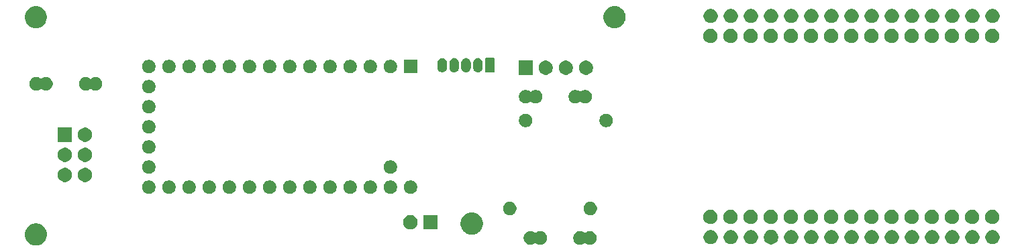
<source format=gbr>
G04 #@! TF.GenerationSoftware,KiCad,Pcbnew,(5.1.5)-3*
G04 #@! TF.CreationDate,2020-12-19T15:02:51+01:00*
G04 #@! TF.ProjectId,DNMS,444e4d53-2e6b-4696-9361-645f70636258,0.9.0*
G04 #@! TF.SameCoordinates,Original*
G04 #@! TF.FileFunction,Soldermask,Top*
G04 #@! TF.FilePolarity,Negative*
%FSLAX46Y46*%
G04 Gerber Fmt 4.6, Leading zero omitted, Abs format (unit mm)*
G04 Created by KiCad (PCBNEW (5.1.5)-3) date 2020-12-19 15:02:51*
%MOMM*%
%LPD*%
G04 APERTURE LIST*
%ADD10C,0.100000*%
G04 APERTURE END LIST*
D10*
G36*
X64326433Y-86026893D02*
G01*
X64416657Y-86044839D01*
X64522267Y-86088585D01*
X64671621Y-86150449D01*
X64671622Y-86150450D01*
X64901086Y-86303772D01*
X65096228Y-86498914D01*
X65185431Y-86632416D01*
X65249551Y-86728379D01*
X65288736Y-86822980D01*
X65355161Y-86983343D01*
X65372329Y-87069652D01*
X65409000Y-87254012D01*
X65409000Y-87529988D01*
X65355161Y-87800656D01*
X65249551Y-88055621D01*
X65198675Y-88131763D01*
X65096228Y-88285086D01*
X64901086Y-88480228D01*
X64754838Y-88577947D01*
X64671621Y-88633551D01*
X64572037Y-88674800D01*
X64416657Y-88739161D01*
X64326433Y-88757107D01*
X64145988Y-88793000D01*
X63870012Y-88793000D01*
X63689567Y-88757107D01*
X63599343Y-88739161D01*
X63443963Y-88674800D01*
X63344379Y-88633551D01*
X63261162Y-88577947D01*
X63114914Y-88480228D01*
X62919772Y-88285086D01*
X62817325Y-88131763D01*
X62766449Y-88055621D01*
X62660839Y-87800656D01*
X62607000Y-87529988D01*
X62607000Y-87254012D01*
X62643671Y-87069652D01*
X62660839Y-86983343D01*
X62727264Y-86822980D01*
X62766449Y-86728379D01*
X62830569Y-86632416D01*
X62919772Y-86498914D01*
X63114914Y-86303772D01*
X63344378Y-86150450D01*
X63344379Y-86150449D01*
X63493733Y-86088585D01*
X63599343Y-86044839D01*
X63689567Y-86026893D01*
X63870012Y-85991000D01*
X64145988Y-85991000D01*
X64326433Y-86026893D01*
G37*
G36*
X132896248Y-87005503D02*
G01*
X133051120Y-87069653D01*
X133190501Y-87162785D01*
X133190505Y-87162789D01*
X133197400Y-87167396D01*
X133203574Y-87172462D01*
X133225185Y-87184013D01*
X133248634Y-87191126D01*
X133273020Y-87193528D01*
X133297406Y-87191126D01*
X133320855Y-87184013D01*
X133342466Y-87172462D01*
X133348640Y-87167396D01*
X133355535Y-87162789D01*
X133355539Y-87162785D01*
X133494920Y-87069653D01*
X133649792Y-87005503D01*
X133814204Y-86972800D01*
X133981836Y-86972800D01*
X134146248Y-87005503D01*
X134301120Y-87069653D01*
X134440501Y-87162785D01*
X134559035Y-87281319D01*
X134652167Y-87420700D01*
X134716317Y-87575572D01*
X134749020Y-87739984D01*
X134749020Y-87907616D01*
X134716317Y-88072028D01*
X134652167Y-88226900D01*
X134559035Y-88366281D01*
X134440501Y-88484815D01*
X134301120Y-88577947D01*
X134146248Y-88642097D01*
X133981836Y-88674800D01*
X133814204Y-88674800D01*
X133649792Y-88642097D01*
X133494920Y-88577947D01*
X133355539Y-88484815D01*
X133355535Y-88484811D01*
X133348640Y-88480204D01*
X133342466Y-88475138D01*
X133320855Y-88463587D01*
X133297406Y-88456474D01*
X133273020Y-88454072D01*
X133248634Y-88456474D01*
X133225185Y-88463587D01*
X133203574Y-88475138D01*
X133197400Y-88480204D01*
X133190505Y-88484811D01*
X133190501Y-88484815D01*
X133051120Y-88577947D01*
X132896248Y-88642097D01*
X132731836Y-88674800D01*
X132564204Y-88674800D01*
X132399792Y-88642097D01*
X132244920Y-88577947D01*
X132105539Y-88484815D01*
X131987005Y-88366281D01*
X131893873Y-88226900D01*
X131829723Y-88072028D01*
X131797020Y-87907616D01*
X131797020Y-87739984D01*
X131829723Y-87575572D01*
X131893873Y-87420700D01*
X131987005Y-87281319D01*
X132105539Y-87162785D01*
X132244920Y-87069653D01*
X132399792Y-87005503D01*
X132564204Y-86972800D01*
X132731836Y-86972800D01*
X132896248Y-87005503D01*
G37*
G36*
X126646248Y-87005503D02*
G01*
X126801120Y-87069653D01*
X126940501Y-87162785D01*
X126940505Y-87162789D01*
X126947400Y-87167396D01*
X126953574Y-87172462D01*
X126975185Y-87184013D01*
X126998634Y-87191126D01*
X127023020Y-87193528D01*
X127047406Y-87191126D01*
X127070855Y-87184013D01*
X127092466Y-87172462D01*
X127098640Y-87167396D01*
X127105535Y-87162789D01*
X127105539Y-87162785D01*
X127244920Y-87069653D01*
X127399792Y-87005503D01*
X127564204Y-86972800D01*
X127731836Y-86972800D01*
X127896248Y-87005503D01*
X128051120Y-87069653D01*
X128190501Y-87162785D01*
X128309035Y-87281319D01*
X128402167Y-87420700D01*
X128466317Y-87575572D01*
X128499020Y-87739984D01*
X128499020Y-87907616D01*
X128466317Y-88072028D01*
X128402167Y-88226900D01*
X128309035Y-88366281D01*
X128190501Y-88484815D01*
X128051120Y-88577947D01*
X127896248Y-88642097D01*
X127731836Y-88674800D01*
X127564204Y-88674800D01*
X127399792Y-88642097D01*
X127244920Y-88577947D01*
X127105539Y-88484815D01*
X127105535Y-88484811D01*
X127098640Y-88480204D01*
X127092466Y-88475138D01*
X127070855Y-88463587D01*
X127047406Y-88456474D01*
X127023020Y-88454072D01*
X126998634Y-88456474D01*
X126975185Y-88463587D01*
X126953574Y-88475138D01*
X126947400Y-88480204D01*
X126940505Y-88484811D01*
X126940501Y-88484815D01*
X126801120Y-88577947D01*
X126646248Y-88642097D01*
X126481836Y-88674800D01*
X126314204Y-88674800D01*
X126149792Y-88642097D01*
X125994920Y-88577947D01*
X125855539Y-88484815D01*
X125737005Y-88366281D01*
X125643873Y-88226900D01*
X125579723Y-88072028D01*
X125547020Y-87907616D01*
X125547020Y-87739984D01*
X125579723Y-87575572D01*
X125643873Y-87420700D01*
X125737005Y-87281319D01*
X125855539Y-87162785D01*
X125994920Y-87069653D01*
X126149792Y-87005503D01*
X126314204Y-86972800D01*
X126481836Y-86972800D01*
X126646248Y-87005503D01*
G37*
G36*
X157032365Y-86838373D02*
G01*
X157199975Y-86907800D01*
X157199977Y-86907801D01*
X157350823Y-87008593D01*
X157479107Y-87136877D01*
X157579899Y-87287723D01*
X157579900Y-87287725D01*
X157649327Y-87455335D01*
X157684720Y-87633268D01*
X157684720Y-87814692D01*
X157649327Y-87992625D01*
X157616436Y-88072029D01*
X157579899Y-88160237D01*
X157479107Y-88311083D01*
X157350823Y-88439367D01*
X157199977Y-88540159D01*
X157199976Y-88540160D01*
X157199975Y-88540160D01*
X157032365Y-88609587D01*
X156854432Y-88644980D01*
X156673008Y-88644980D01*
X156495075Y-88609587D01*
X156327465Y-88540160D01*
X156327464Y-88540160D01*
X156327463Y-88540159D01*
X156176617Y-88439367D01*
X156048333Y-88311083D01*
X155947541Y-88160237D01*
X155911004Y-88072029D01*
X155878113Y-87992625D01*
X155842720Y-87814692D01*
X155842720Y-87633268D01*
X155878113Y-87455335D01*
X155947540Y-87287725D01*
X155947541Y-87287723D01*
X156048333Y-87136877D01*
X156176617Y-87008593D01*
X156327463Y-86907801D01*
X156327465Y-86907800D01*
X156495075Y-86838373D01*
X156673008Y-86802980D01*
X156854432Y-86802980D01*
X157032365Y-86838373D01*
G37*
G36*
X149257232Y-86827907D02*
G01*
X149406532Y-86857604D01*
X149570504Y-86925524D01*
X149718074Y-87024127D01*
X149843573Y-87149626D01*
X149942176Y-87297196D01*
X150010096Y-87461168D01*
X150044720Y-87635239D01*
X150044720Y-87812721D01*
X150010096Y-87986792D01*
X149942176Y-88150764D01*
X149843573Y-88298334D01*
X149718074Y-88423833D01*
X149570504Y-88522436D01*
X149406532Y-88590356D01*
X149257232Y-88620053D01*
X149232462Y-88624980D01*
X149054978Y-88624980D01*
X149030208Y-88620053D01*
X148880908Y-88590356D01*
X148716936Y-88522436D01*
X148569366Y-88423833D01*
X148443867Y-88298334D01*
X148345264Y-88150764D01*
X148277344Y-87986792D01*
X148242720Y-87812721D01*
X148242720Y-87635239D01*
X148277344Y-87461168D01*
X148345264Y-87297196D01*
X148443867Y-87149626D01*
X148569366Y-87024127D01*
X148716936Y-86925524D01*
X148880908Y-86857604D01*
X149030208Y-86827907D01*
X149054978Y-86822980D01*
X149232462Y-86822980D01*
X149257232Y-86827907D01*
G37*
G36*
X184817232Y-86827907D02*
G01*
X184966532Y-86857604D01*
X185130504Y-86925524D01*
X185278074Y-87024127D01*
X185403573Y-87149626D01*
X185502176Y-87297196D01*
X185570096Y-87461168D01*
X185604720Y-87635239D01*
X185604720Y-87812721D01*
X185570096Y-87986792D01*
X185502176Y-88150764D01*
X185403573Y-88298334D01*
X185278074Y-88423833D01*
X185130504Y-88522436D01*
X184966532Y-88590356D01*
X184817232Y-88620053D01*
X184792462Y-88624980D01*
X184614978Y-88624980D01*
X184590208Y-88620053D01*
X184440908Y-88590356D01*
X184276936Y-88522436D01*
X184129366Y-88423833D01*
X184003867Y-88298334D01*
X183905264Y-88150764D01*
X183837344Y-87986792D01*
X183802720Y-87812721D01*
X183802720Y-87635239D01*
X183837344Y-87461168D01*
X183905264Y-87297196D01*
X184003867Y-87149626D01*
X184129366Y-87024127D01*
X184276936Y-86925524D01*
X184440908Y-86857604D01*
X184590208Y-86827907D01*
X184614978Y-86822980D01*
X184792462Y-86822980D01*
X184817232Y-86827907D01*
G37*
G36*
X151797232Y-86827907D02*
G01*
X151946532Y-86857604D01*
X152110504Y-86925524D01*
X152258074Y-87024127D01*
X152383573Y-87149626D01*
X152482176Y-87297196D01*
X152550096Y-87461168D01*
X152584720Y-87635239D01*
X152584720Y-87812721D01*
X152550096Y-87986792D01*
X152482176Y-88150764D01*
X152383573Y-88298334D01*
X152258074Y-88423833D01*
X152110504Y-88522436D01*
X151946532Y-88590356D01*
X151797232Y-88620053D01*
X151772462Y-88624980D01*
X151594978Y-88624980D01*
X151570208Y-88620053D01*
X151420908Y-88590356D01*
X151256936Y-88522436D01*
X151109366Y-88423833D01*
X150983867Y-88298334D01*
X150885264Y-88150764D01*
X150817344Y-87986792D01*
X150782720Y-87812721D01*
X150782720Y-87635239D01*
X150817344Y-87461168D01*
X150885264Y-87297196D01*
X150983867Y-87149626D01*
X151109366Y-87024127D01*
X151256936Y-86925524D01*
X151420908Y-86857604D01*
X151570208Y-86827907D01*
X151594978Y-86822980D01*
X151772462Y-86822980D01*
X151797232Y-86827907D01*
G37*
G36*
X182277232Y-86827907D02*
G01*
X182426532Y-86857604D01*
X182590504Y-86925524D01*
X182738074Y-87024127D01*
X182863573Y-87149626D01*
X182962176Y-87297196D01*
X183030096Y-87461168D01*
X183064720Y-87635239D01*
X183064720Y-87812721D01*
X183030096Y-87986792D01*
X182962176Y-88150764D01*
X182863573Y-88298334D01*
X182738074Y-88423833D01*
X182590504Y-88522436D01*
X182426532Y-88590356D01*
X182277232Y-88620053D01*
X182252462Y-88624980D01*
X182074978Y-88624980D01*
X182050208Y-88620053D01*
X181900908Y-88590356D01*
X181736936Y-88522436D01*
X181589366Y-88423833D01*
X181463867Y-88298334D01*
X181365264Y-88150764D01*
X181297344Y-87986792D01*
X181262720Y-87812721D01*
X181262720Y-87635239D01*
X181297344Y-87461168D01*
X181365264Y-87297196D01*
X181463867Y-87149626D01*
X181589366Y-87024127D01*
X181736936Y-86925524D01*
X181900908Y-86857604D01*
X182050208Y-86827907D01*
X182074978Y-86822980D01*
X182252462Y-86822980D01*
X182277232Y-86827907D01*
G37*
G36*
X179737232Y-86827907D02*
G01*
X179886532Y-86857604D01*
X180050504Y-86925524D01*
X180198074Y-87024127D01*
X180323573Y-87149626D01*
X180422176Y-87297196D01*
X180490096Y-87461168D01*
X180524720Y-87635239D01*
X180524720Y-87812721D01*
X180490096Y-87986792D01*
X180422176Y-88150764D01*
X180323573Y-88298334D01*
X180198074Y-88423833D01*
X180050504Y-88522436D01*
X179886532Y-88590356D01*
X179737232Y-88620053D01*
X179712462Y-88624980D01*
X179534978Y-88624980D01*
X179510208Y-88620053D01*
X179360908Y-88590356D01*
X179196936Y-88522436D01*
X179049366Y-88423833D01*
X178923867Y-88298334D01*
X178825264Y-88150764D01*
X178757344Y-87986792D01*
X178722720Y-87812721D01*
X178722720Y-87635239D01*
X178757344Y-87461168D01*
X178825264Y-87297196D01*
X178923867Y-87149626D01*
X179049366Y-87024127D01*
X179196936Y-86925524D01*
X179360908Y-86857604D01*
X179510208Y-86827907D01*
X179534978Y-86822980D01*
X179712462Y-86822980D01*
X179737232Y-86827907D01*
G37*
G36*
X177197232Y-86827907D02*
G01*
X177346532Y-86857604D01*
X177510504Y-86925524D01*
X177658074Y-87024127D01*
X177783573Y-87149626D01*
X177882176Y-87297196D01*
X177950096Y-87461168D01*
X177984720Y-87635239D01*
X177984720Y-87812721D01*
X177950096Y-87986792D01*
X177882176Y-88150764D01*
X177783573Y-88298334D01*
X177658074Y-88423833D01*
X177510504Y-88522436D01*
X177346532Y-88590356D01*
X177197232Y-88620053D01*
X177172462Y-88624980D01*
X176994978Y-88624980D01*
X176970208Y-88620053D01*
X176820908Y-88590356D01*
X176656936Y-88522436D01*
X176509366Y-88423833D01*
X176383867Y-88298334D01*
X176285264Y-88150764D01*
X176217344Y-87986792D01*
X176182720Y-87812721D01*
X176182720Y-87635239D01*
X176217344Y-87461168D01*
X176285264Y-87297196D01*
X176383867Y-87149626D01*
X176509366Y-87024127D01*
X176656936Y-86925524D01*
X176820908Y-86857604D01*
X176970208Y-86827907D01*
X176994978Y-86822980D01*
X177172462Y-86822980D01*
X177197232Y-86827907D01*
G37*
G36*
X174657232Y-86827907D02*
G01*
X174806532Y-86857604D01*
X174970504Y-86925524D01*
X175118074Y-87024127D01*
X175243573Y-87149626D01*
X175342176Y-87297196D01*
X175410096Y-87461168D01*
X175444720Y-87635239D01*
X175444720Y-87812721D01*
X175410096Y-87986792D01*
X175342176Y-88150764D01*
X175243573Y-88298334D01*
X175118074Y-88423833D01*
X174970504Y-88522436D01*
X174806532Y-88590356D01*
X174657232Y-88620053D01*
X174632462Y-88624980D01*
X174454978Y-88624980D01*
X174430208Y-88620053D01*
X174280908Y-88590356D01*
X174116936Y-88522436D01*
X173969366Y-88423833D01*
X173843867Y-88298334D01*
X173745264Y-88150764D01*
X173677344Y-87986792D01*
X173642720Y-87812721D01*
X173642720Y-87635239D01*
X173677344Y-87461168D01*
X173745264Y-87297196D01*
X173843867Y-87149626D01*
X173969366Y-87024127D01*
X174116936Y-86925524D01*
X174280908Y-86857604D01*
X174430208Y-86827907D01*
X174454978Y-86822980D01*
X174632462Y-86822980D01*
X174657232Y-86827907D01*
G37*
G36*
X172117232Y-86827907D02*
G01*
X172266532Y-86857604D01*
X172430504Y-86925524D01*
X172578074Y-87024127D01*
X172703573Y-87149626D01*
X172802176Y-87297196D01*
X172870096Y-87461168D01*
X172904720Y-87635239D01*
X172904720Y-87812721D01*
X172870096Y-87986792D01*
X172802176Y-88150764D01*
X172703573Y-88298334D01*
X172578074Y-88423833D01*
X172430504Y-88522436D01*
X172266532Y-88590356D01*
X172117232Y-88620053D01*
X172092462Y-88624980D01*
X171914978Y-88624980D01*
X171890208Y-88620053D01*
X171740908Y-88590356D01*
X171576936Y-88522436D01*
X171429366Y-88423833D01*
X171303867Y-88298334D01*
X171205264Y-88150764D01*
X171137344Y-87986792D01*
X171102720Y-87812721D01*
X171102720Y-87635239D01*
X171137344Y-87461168D01*
X171205264Y-87297196D01*
X171303867Y-87149626D01*
X171429366Y-87024127D01*
X171576936Y-86925524D01*
X171740908Y-86857604D01*
X171890208Y-86827907D01*
X171914978Y-86822980D01*
X172092462Y-86822980D01*
X172117232Y-86827907D01*
G37*
G36*
X169577232Y-86827907D02*
G01*
X169726532Y-86857604D01*
X169890504Y-86925524D01*
X170038074Y-87024127D01*
X170163573Y-87149626D01*
X170262176Y-87297196D01*
X170330096Y-87461168D01*
X170364720Y-87635239D01*
X170364720Y-87812721D01*
X170330096Y-87986792D01*
X170262176Y-88150764D01*
X170163573Y-88298334D01*
X170038074Y-88423833D01*
X169890504Y-88522436D01*
X169726532Y-88590356D01*
X169577232Y-88620053D01*
X169552462Y-88624980D01*
X169374978Y-88624980D01*
X169350208Y-88620053D01*
X169200908Y-88590356D01*
X169036936Y-88522436D01*
X168889366Y-88423833D01*
X168763867Y-88298334D01*
X168665264Y-88150764D01*
X168597344Y-87986792D01*
X168562720Y-87812721D01*
X168562720Y-87635239D01*
X168597344Y-87461168D01*
X168665264Y-87297196D01*
X168763867Y-87149626D01*
X168889366Y-87024127D01*
X169036936Y-86925524D01*
X169200908Y-86857604D01*
X169350208Y-86827907D01*
X169374978Y-86822980D01*
X169552462Y-86822980D01*
X169577232Y-86827907D01*
G37*
G36*
X167037232Y-86827907D02*
G01*
X167186532Y-86857604D01*
X167350504Y-86925524D01*
X167498074Y-87024127D01*
X167623573Y-87149626D01*
X167722176Y-87297196D01*
X167790096Y-87461168D01*
X167824720Y-87635239D01*
X167824720Y-87812721D01*
X167790096Y-87986792D01*
X167722176Y-88150764D01*
X167623573Y-88298334D01*
X167498074Y-88423833D01*
X167350504Y-88522436D01*
X167186532Y-88590356D01*
X167037232Y-88620053D01*
X167012462Y-88624980D01*
X166834978Y-88624980D01*
X166810208Y-88620053D01*
X166660908Y-88590356D01*
X166496936Y-88522436D01*
X166349366Y-88423833D01*
X166223867Y-88298334D01*
X166125264Y-88150764D01*
X166057344Y-87986792D01*
X166022720Y-87812721D01*
X166022720Y-87635239D01*
X166057344Y-87461168D01*
X166125264Y-87297196D01*
X166223867Y-87149626D01*
X166349366Y-87024127D01*
X166496936Y-86925524D01*
X166660908Y-86857604D01*
X166810208Y-86827907D01*
X166834978Y-86822980D01*
X167012462Y-86822980D01*
X167037232Y-86827907D01*
G37*
G36*
X164497232Y-86827907D02*
G01*
X164646532Y-86857604D01*
X164810504Y-86925524D01*
X164958074Y-87024127D01*
X165083573Y-87149626D01*
X165182176Y-87297196D01*
X165250096Y-87461168D01*
X165284720Y-87635239D01*
X165284720Y-87812721D01*
X165250096Y-87986792D01*
X165182176Y-88150764D01*
X165083573Y-88298334D01*
X164958074Y-88423833D01*
X164810504Y-88522436D01*
X164646532Y-88590356D01*
X164497232Y-88620053D01*
X164472462Y-88624980D01*
X164294978Y-88624980D01*
X164270208Y-88620053D01*
X164120908Y-88590356D01*
X163956936Y-88522436D01*
X163809366Y-88423833D01*
X163683867Y-88298334D01*
X163585264Y-88150764D01*
X163517344Y-87986792D01*
X163482720Y-87812721D01*
X163482720Y-87635239D01*
X163517344Y-87461168D01*
X163585264Y-87297196D01*
X163683867Y-87149626D01*
X163809366Y-87024127D01*
X163956936Y-86925524D01*
X164120908Y-86857604D01*
X164270208Y-86827907D01*
X164294978Y-86822980D01*
X164472462Y-86822980D01*
X164497232Y-86827907D01*
G37*
G36*
X161957232Y-86827907D02*
G01*
X162106532Y-86857604D01*
X162270504Y-86925524D01*
X162418074Y-87024127D01*
X162543573Y-87149626D01*
X162642176Y-87297196D01*
X162710096Y-87461168D01*
X162744720Y-87635239D01*
X162744720Y-87812721D01*
X162710096Y-87986792D01*
X162642176Y-88150764D01*
X162543573Y-88298334D01*
X162418074Y-88423833D01*
X162270504Y-88522436D01*
X162106532Y-88590356D01*
X161957232Y-88620053D01*
X161932462Y-88624980D01*
X161754978Y-88624980D01*
X161730208Y-88620053D01*
X161580908Y-88590356D01*
X161416936Y-88522436D01*
X161269366Y-88423833D01*
X161143867Y-88298334D01*
X161045264Y-88150764D01*
X160977344Y-87986792D01*
X160942720Y-87812721D01*
X160942720Y-87635239D01*
X160977344Y-87461168D01*
X161045264Y-87297196D01*
X161143867Y-87149626D01*
X161269366Y-87024127D01*
X161416936Y-86925524D01*
X161580908Y-86857604D01*
X161730208Y-86827907D01*
X161754978Y-86822980D01*
X161932462Y-86822980D01*
X161957232Y-86827907D01*
G37*
G36*
X159417232Y-86827907D02*
G01*
X159566532Y-86857604D01*
X159730504Y-86925524D01*
X159878074Y-87024127D01*
X160003573Y-87149626D01*
X160102176Y-87297196D01*
X160170096Y-87461168D01*
X160204720Y-87635239D01*
X160204720Y-87812721D01*
X160170096Y-87986792D01*
X160102176Y-88150764D01*
X160003573Y-88298334D01*
X159878074Y-88423833D01*
X159730504Y-88522436D01*
X159566532Y-88590356D01*
X159417232Y-88620053D01*
X159392462Y-88624980D01*
X159214978Y-88624980D01*
X159190208Y-88620053D01*
X159040908Y-88590356D01*
X158876936Y-88522436D01*
X158729366Y-88423833D01*
X158603867Y-88298334D01*
X158505264Y-88150764D01*
X158437344Y-87986792D01*
X158402720Y-87812721D01*
X158402720Y-87635239D01*
X158437344Y-87461168D01*
X158505264Y-87297196D01*
X158603867Y-87149626D01*
X158729366Y-87024127D01*
X158876936Y-86925524D01*
X159040908Y-86857604D01*
X159190208Y-86827907D01*
X159214978Y-86822980D01*
X159392462Y-86822980D01*
X159417232Y-86827907D01*
G37*
G36*
X154337232Y-86827907D02*
G01*
X154486532Y-86857604D01*
X154650504Y-86925524D01*
X154798074Y-87024127D01*
X154923573Y-87149626D01*
X155022176Y-87297196D01*
X155090096Y-87461168D01*
X155124720Y-87635239D01*
X155124720Y-87812721D01*
X155090096Y-87986792D01*
X155022176Y-88150764D01*
X154923573Y-88298334D01*
X154798074Y-88423833D01*
X154650504Y-88522436D01*
X154486532Y-88590356D01*
X154337232Y-88620053D01*
X154312462Y-88624980D01*
X154134978Y-88624980D01*
X154110208Y-88620053D01*
X153960908Y-88590356D01*
X153796936Y-88522436D01*
X153649366Y-88423833D01*
X153523867Y-88298334D01*
X153425264Y-88150764D01*
X153357344Y-87986792D01*
X153322720Y-87812721D01*
X153322720Y-87635239D01*
X153357344Y-87461168D01*
X153425264Y-87297196D01*
X153523867Y-87149626D01*
X153649366Y-87024127D01*
X153796936Y-86925524D01*
X153960908Y-86857604D01*
X154110208Y-86827907D01*
X154134978Y-86822980D01*
X154312462Y-86822980D01*
X154337232Y-86827907D01*
G37*
G36*
X119318433Y-84634893D02*
G01*
X119408657Y-84652839D01*
X119514267Y-84696585D01*
X119663621Y-84758449D01*
X119739763Y-84809325D01*
X119893086Y-84911772D01*
X120088228Y-85106914D01*
X120106398Y-85134108D01*
X120241551Y-85336379D01*
X120270876Y-85407176D01*
X120346789Y-85590444D01*
X120347161Y-85591344D01*
X120377769Y-85745219D01*
X120401000Y-85862014D01*
X120401000Y-86137986D01*
X120347161Y-86408657D01*
X120303415Y-86514267D01*
X120241551Y-86663621D01*
X120241550Y-86663622D01*
X120088228Y-86893086D01*
X119893086Y-87088228D01*
X119801195Y-87149627D01*
X119663621Y-87241551D01*
X119567610Y-87281320D01*
X119408657Y-87347161D01*
X119318433Y-87365107D01*
X119137988Y-87401000D01*
X118862012Y-87401000D01*
X118681567Y-87365107D01*
X118591343Y-87347161D01*
X118432390Y-87281320D01*
X118336379Y-87241551D01*
X118198805Y-87149627D01*
X118106914Y-87088228D01*
X117911772Y-86893086D01*
X117758450Y-86663622D01*
X117758449Y-86663621D01*
X117696585Y-86514267D01*
X117652839Y-86408657D01*
X117599000Y-86137986D01*
X117599000Y-85862014D01*
X117622232Y-85745219D01*
X117652839Y-85591344D01*
X117653212Y-85590444D01*
X117729124Y-85407176D01*
X117758449Y-85336379D01*
X117893602Y-85134108D01*
X117911772Y-85106914D01*
X118106914Y-84911772D01*
X118260237Y-84809325D01*
X118336379Y-84758449D01*
X118485733Y-84696585D01*
X118591343Y-84652839D01*
X118681567Y-84634893D01*
X118862012Y-84599000D01*
X119137988Y-84599000D01*
X119318433Y-84634893D01*
G37*
G36*
X111365512Y-84937887D02*
G01*
X111514812Y-84967584D01*
X111678784Y-85035504D01*
X111826354Y-85134107D01*
X111951853Y-85259606D01*
X112050456Y-85407176D01*
X112118376Y-85571148D01*
X112153000Y-85745219D01*
X112153000Y-85922701D01*
X112118376Y-86096772D01*
X112050456Y-86260744D01*
X111951853Y-86408314D01*
X111826354Y-86533813D01*
X111678784Y-86632416D01*
X111514812Y-86700336D01*
X111365512Y-86730033D01*
X111340742Y-86734960D01*
X111163258Y-86734960D01*
X111138488Y-86730033D01*
X110989188Y-86700336D01*
X110825216Y-86632416D01*
X110677646Y-86533813D01*
X110552147Y-86408314D01*
X110453544Y-86260744D01*
X110385624Y-86096772D01*
X110351000Y-85922701D01*
X110351000Y-85745219D01*
X110385624Y-85571148D01*
X110453544Y-85407176D01*
X110552147Y-85259606D01*
X110677646Y-85134107D01*
X110825216Y-85035504D01*
X110989188Y-84967584D01*
X111138488Y-84937887D01*
X111163258Y-84932960D01*
X111340742Y-84932960D01*
X111365512Y-84937887D01*
G37*
G36*
X114693000Y-86734960D02*
G01*
X112891000Y-86734960D01*
X112891000Y-84932960D01*
X114693000Y-84932960D01*
X114693000Y-86734960D01*
G37*
G36*
X149221672Y-84267587D02*
G01*
X149370972Y-84297284D01*
X149534944Y-84365204D01*
X149682514Y-84463807D01*
X149808013Y-84589306D01*
X149906616Y-84736876D01*
X149974536Y-84900848D01*
X150009160Y-85074919D01*
X150009160Y-85252401D01*
X149974536Y-85426472D01*
X149906616Y-85590444D01*
X149808013Y-85738014D01*
X149682514Y-85863513D01*
X149534944Y-85962116D01*
X149370972Y-86030036D01*
X149221672Y-86059733D01*
X149196902Y-86064660D01*
X149019418Y-86064660D01*
X148994648Y-86059733D01*
X148845348Y-86030036D01*
X148681376Y-85962116D01*
X148533806Y-85863513D01*
X148408307Y-85738014D01*
X148309704Y-85590444D01*
X148241784Y-85426472D01*
X148207160Y-85252401D01*
X148207160Y-85074919D01*
X148241784Y-84900848D01*
X148309704Y-84736876D01*
X148408307Y-84589306D01*
X148533806Y-84463807D01*
X148681376Y-84365204D01*
X148845348Y-84297284D01*
X148994648Y-84267587D01*
X149019418Y-84262660D01*
X149196902Y-84262660D01*
X149221672Y-84267587D01*
G37*
G36*
X151761672Y-84267587D02*
G01*
X151910972Y-84297284D01*
X152074944Y-84365204D01*
X152222514Y-84463807D01*
X152348013Y-84589306D01*
X152446616Y-84736876D01*
X152514536Y-84900848D01*
X152549160Y-85074919D01*
X152549160Y-85252401D01*
X152514536Y-85426472D01*
X152446616Y-85590444D01*
X152348013Y-85738014D01*
X152222514Y-85863513D01*
X152074944Y-85962116D01*
X151910972Y-86030036D01*
X151761672Y-86059733D01*
X151736902Y-86064660D01*
X151559418Y-86064660D01*
X151534648Y-86059733D01*
X151385348Y-86030036D01*
X151221376Y-85962116D01*
X151073806Y-85863513D01*
X150948307Y-85738014D01*
X150849704Y-85590444D01*
X150781784Y-85426472D01*
X150747160Y-85252401D01*
X150747160Y-85074919D01*
X150781784Y-84900848D01*
X150849704Y-84736876D01*
X150948307Y-84589306D01*
X151073806Y-84463807D01*
X151221376Y-84365204D01*
X151385348Y-84297284D01*
X151534648Y-84267587D01*
X151559418Y-84262660D01*
X151736902Y-84262660D01*
X151761672Y-84267587D01*
G37*
G36*
X156841672Y-84267587D02*
G01*
X156990972Y-84297284D01*
X157154944Y-84365204D01*
X157302514Y-84463807D01*
X157428013Y-84589306D01*
X157526616Y-84736876D01*
X157594536Y-84900848D01*
X157629160Y-85074919D01*
X157629160Y-85252401D01*
X157594536Y-85426472D01*
X157526616Y-85590444D01*
X157428013Y-85738014D01*
X157302514Y-85863513D01*
X157154944Y-85962116D01*
X156990972Y-86030036D01*
X156841672Y-86059733D01*
X156816902Y-86064660D01*
X156639418Y-86064660D01*
X156614648Y-86059733D01*
X156465348Y-86030036D01*
X156301376Y-85962116D01*
X156153806Y-85863513D01*
X156028307Y-85738014D01*
X155929704Y-85590444D01*
X155861784Y-85426472D01*
X155827160Y-85252401D01*
X155827160Y-85074919D01*
X155861784Y-84900848D01*
X155929704Y-84736876D01*
X156028307Y-84589306D01*
X156153806Y-84463807D01*
X156301376Y-84365204D01*
X156465348Y-84297284D01*
X156614648Y-84267587D01*
X156639418Y-84262660D01*
X156816902Y-84262660D01*
X156841672Y-84267587D01*
G37*
G36*
X154301672Y-84267587D02*
G01*
X154450972Y-84297284D01*
X154614944Y-84365204D01*
X154762514Y-84463807D01*
X154888013Y-84589306D01*
X154986616Y-84736876D01*
X155054536Y-84900848D01*
X155089160Y-85074919D01*
X155089160Y-85252401D01*
X155054536Y-85426472D01*
X154986616Y-85590444D01*
X154888013Y-85738014D01*
X154762514Y-85863513D01*
X154614944Y-85962116D01*
X154450972Y-86030036D01*
X154301672Y-86059733D01*
X154276902Y-86064660D01*
X154099418Y-86064660D01*
X154074648Y-86059733D01*
X153925348Y-86030036D01*
X153761376Y-85962116D01*
X153613806Y-85863513D01*
X153488307Y-85738014D01*
X153389704Y-85590444D01*
X153321784Y-85426472D01*
X153287160Y-85252401D01*
X153287160Y-85074919D01*
X153321784Y-84900848D01*
X153389704Y-84736876D01*
X153488307Y-84589306D01*
X153613806Y-84463807D01*
X153761376Y-84365204D01*
X153925348Y-84297284D01*
X154074648Y-84267587D01*
X154099418Y-84262660D01*
X154276902Y-84262660D01*
X154301672Y-84267587D01*
G37*
G36*
X174621672Y-84267587D02*
G01*
X174770972Y-84297284D01*
X174934944Y-84365204D01*
X175082514Y-84463807D01*
X175208013Y-84589306D01*
X175306616Y-84736876D01*
X175374536Y-84900848D01*
X175409160Y-85074919D01*
X175409160Y-85252401D01*
X175374536Y-85426472D01*
X175306616Y-85590444D01*
X175208013Y-85738014D01*
X175082514Y-85863513D01*
X174934944Y-85962116D01*
X174770972Y-86030036D01*
X174621672Y-86059733D01*
X174596902Y-86064660D01*
X174419418Y-86064660D01*
X174394648Y-86059733D01*
X174245348Y-86030036D01*
X174081376Y-85962116D01*
X173933806Y-85863513D01*
X173808307Y-85738014D01*
X173709704Y-85590444D01*
X173641784Y-85426472D01*
X173607160Y-85252401D01*
X173607160Y-85074919D01*
X173641784Y-84900848D01*
X173709704Y-84736876D01*
X173808307Y-84589306D01*
X173933806Y-84463807D01*
X174081376Y-84365204D01*
X174245348Y-84297284D01*
X174394648Y-84267587D01*
X174419418Y-84262660D01*
X174596902Y-84262660D01*
X174621672Y-84267587D01*
G37*
G36*
X172081672Y-84267587D02*
G01*
X172230972Y-84297284D01*
X172394944Y-84365204D01*
X172542514Y-84463807D01*
X172668013Y-84589306D01*
X172766616Y-84736876D01*
X172834536Y-84900848D01*
X172869160Y-85074919D01*
X172869160Y-85252401D01*
X172834536Y-85426472D01*
X172766616Y-85590444D01*
X172668013Y-85738014D01*
X172542514Y-85863513D01*
X172394944Y-85962116D01*
X172230972Y-86030036D01*
X172081672Y-86059733D01*
X172056902Y-86064660D01*
X171879418Y-86064660D01*
X171854648Y-86059733D01*
X171705348Y-86030036D01*
X171541376Y-85962116D01*
X171393806Y-85863513D01*
X171268307Y-85738014D01*
X171169704Y-85590444D01*
X171101784Y-85426472D01*
X171067160Y-85252401D01*
X171067160Y-85074919D01*
X171101784Y-84900848D01*
X171169704Y-84736876D01*
X171268307Y-84589306D01*
X171393806Y-84463807D01*
X171541376Y-84365204D01*
X171705348Y-84297284D01*
X171854648Y-84267587D01*
X171879418Y-84262660D01*
X172056902Y-84262660D01*
X172081672Y-84267587D01*
G37*
G36*
X167001672Y-84267587D02*
G01*
X167150972Y-84297284D01*
X167314944Y-84365204D01*
X167462514Y-84463807D01*
X167588013Y-84589306D01*
X167686616Y-84736876D01*
X167754536Y-84900848D01*
X167789160Y-85074919D01*
X167789160Y-85252401D01*
X167754536Y-85426472D01*
X167686616Y-85590444D01*
X167588013Y-85738014D01*
X167462514Y-85863513D01*
X167314944Y-85962116D01*
X167150972Y-86030036D01*
X167001672Y-86059733D01*
X166976902Y-86064660D01*
X166799418Y-86064660D01*
X166774648Y-86059733D01*
X166625348Y-86030036D01*
X166461376Y-85962116D01*
X166313806Y-85863513D01*
X166188307Y-85738014D01*
X166089704Y-85590444D01*
X166021784Y-85426472D01*
X165987160Y-85252401D01*
X165987160Y-85074919D01*
X166021784Y-84900848D01*
X166089704Y-84736876D01*
X166188307Y-84589306D01*
X166313806Y-84463807D01*
X166461376Y-84365204D01*
X166625348Y-84297284D01*
X166774648Y-84267587D01*
X166799418Y-84262660D01*
X166976902Y-84262660D01*
X167001672Y-84267587D01*
G37*
G36*
X184781672Y-84267587D02*
G01*
X184930972Y-84297284D01*
X185094944Y-84365204D01*
X185242514Y-84463807D01*
X185368013Y-84589306D01*
X185466616Y-84736876D01*
X185534536Y-84900848D01*
X185569160Y-85074919D01*
X185569160Y-85252401D01*
X185534536Y-85426472D01*
X185466616Y-85590444D01*
X185368013Y-85738014D01*
X185242514Y-85863513D01*
X185094944Y-85962116D01*
X184930972Y-86030036D01*
X184781672Y-86059733D01*
X184756902Y-86064660D01*
X184579418Y-86064660D01*
X184554648Y-86059733D01*
X184405348Y-86030036D01*
X184241376Y-85962116D01*
X184093806Y-85863513D01*
X183968307Y-85738014D01*
X183869704Y-85590444D01*
X183801784Y-85426472D01*
X183767160Y-85252401D01*
X183767160Y-85074919D01*
X183801784Y-84900848D01*
X183869704Y-84736876D01*
X183968307Y-84589306D01*
X184093806Y-84463807D01*
X184241376Y-84365204D01*
X184405348Y-84297284D01*
X184554648Y-84267587D01*
X184579418Y-84262660D01*
X184756902Y-84262660D01*
X184781672Y-84267587D01*
G37*
G36*
X164461672Y-84267587D02*
G01*
X164610972Y-84297284D01*
X164774944Y-84365204D01*
X164922514Y-84463807D01*
X165048013Y-84589306D01*
X165146616Y-84736876D01*
X165214536Y-84900848D01*
X165249160Y-85074919D01*
X165249160Y-85252401D01*
X165214536Y-85426472D01*
X165146616Y-85590444D01*
X165048013Y-85738014D01*
X164922514Y-85863513D01*
X164774944Y-85962116D01*
X164610972Y-86030036D01*
X164461672Y-86059733D01*
X164436902Y-86064660D01*
X164259418Y-86064660D01*
X164234648Y-86059733D01*
X164085348Y-86030036D01*
X163921376Y-85962116D01*
X163773806Y-85863513D01*
X163648307Y-85738014D01*
X163549704Y-85590444D01*
X163481784Y-85426472D01*
X163447160Y-85252401D01*
X163447160Y-85074919D01*
X163481784Y-84900848D01*
X163549704Y-84736876D01*
X163648307Y-84589306D01*
X163773806Y-84463807D01*
X163921376Y-84365204D01*
X164085348Y-84297284D01*
X164234648Y-84267587D01*
X164259418Y-84262660D01*
X164436902Y-84262660D01*
X164461672Y-84267587D01*
G37*
G36*
X159381672Y-84267587D02*
G01*
X159530972Y-84297284D01*
X159694944Y-84365204D01*
X159842514Y-84463807D01*
X159968013Y-84589306D01*
X160066616Y-84736876D01*
X160134536Y-84900848D01*
X160169160Y-85074919D01*
X160169160Y-85252401D01*
X160134536Y-85426472D01*
X160066616Y-85590444D01*
X159968013Y-85738014D01*
X159842514Y-85863513D01*
X159694944Y-85962116D01*
X159530972Y-86030036D01*
X159381672Y-86059733D01*
X159356902Y-86064660D01*
X159179418Y-86064660D01*
X159154648Y-86059733D01*
X159005348Y-86030036D01*
X158841376Y-85962116D01*
X158693806Y-85863513D01*
X158568307Y-85738014D01*
X158469704Y-85590444D01*
X158401784Y-85426472D01*
X158367160Y-85252401D01*
X158367160Y-85074919D01*
X158401784Y-84900848D01*
X158469704Y-84736876D01*
X158568307Y-84589306D01*
X158693806Y-84463807D01*
X158841376Y-84365204D01*
X159005348Y-84297284D01*
X159154648Y-84267587D01*
X159179418Y-84262660D01*
X159356902Y-84262660D01*
X159381672Y-84267587D01*
G37*
G36*
X161921672Y-84267587D02*
G01*
X162070972Y-84297284D01*
X162234944Y-84365204D01*
X162382514Y-84463807D01*
X162508013Y-84589306D01*
X162606616Y-84736876D01*
X162674536Y-84900848D01*
X162709160Y-85074919D01*
X162709160Y-85252401D01*
X162674536Y-85426472D01*
X162606616Y-85590444D01*
X162508013Y-85738014D01*
X162382514Y-85863513D01*
X162234944Y-85962116D01*
X162070972Y-86030036D01*
X161921672Y-86059733D01*
X161896902Y-86064660D01*
X161719418Y-86064660D01*
X161694648Y-86059733D01*
X161545348Y-86030036D01*
X161381376Y-85962116D01*
X161233806Y-85863513D01*
X161108307Y-85738014D01*
X161009704Y-85590444D01*
X160941784Y-85426472D01*
X160907160Y-85252401D01*
X160907160Y-85074919D01*
X160941784Y-84900848D01*
X161009704Y-84736876D01*
X161108307Y-84589306D01*
X161233806Y-84463807D01*
X161381376Y-84365204D01*
X161545348Y-84297284D01*
X161694648Y-84267587D01*
X161719418Y-84262660D01*
X161896902Y-84262660D01*
X161921672Y-84267587D01*
G37*
G36*
X177161672Y-84267587D02*
G01*
X177310972Y-84297284D01*
X177474944Y-84365204D01*
X177622514Y-84463807D01*
X177748013Y-84589306D01*
X177846616Y-84736876D01*
X177914536Y-84900848D01*
X177949160Y-85074919D01*
X177949160Y-85252401D01*
X177914536Y-85426472D01*
X177846616Y-85590444D01*
X177748013Y-85738014D01*
X177622514Y-85863513D01*
X177474944Y-85962116D01*
X177310972Y-86030036D01*
X177161672Y-86059733D01*
X177136902Y-86064660D01*
X176959418Y-86064660D01*
X176934648Y-86059733D01*
X176785348Y-86030036D01*
X176621376Y-85962116D01*
X176473806Y-85863513D01*
X176348307Y-85738014D01*
X176249704Y-85590444D01*
X176181784Y-85426472D01*
X176147160Y-85252401D01*
X176147160Y-85074919D01*
X176181784Y-84900848D01*
X176249704Y-84736876D01*
X176348307Y-84589306D01*
X176473806Y-84463807D01*
X176621376Y-84365204D01*
X176785348Y-84297284D01*
X176934648Y-84267587D01*
X176959418Y-84262660D01*
X177136902Y-84262660D01*
X177161672Y-84267587D01*
G37*
G36*
X182241672Y-84267587D02*
G01*
X182390972Y-84297284D01*
X182554944Y-84365204D01*
X182702514Y-84463807D01*
X182828013Y-84589306D01*
X182926616Y-84736876D01*
X182994536Y-84900848D01*
X183029160Y-85074919D01*
X183029160Y-85252401D01*
X182994536Y-85426472D01*
X182926616Y-85590444D01*
X182828013Y-85738014D01*
X182702514Y-85863513D01*
X182554944Y-85962116D01*
X182390972Y-86030036D01*
X182241672Y-86059733D01*
X182216902Y-86064660D01*
X182039418Y-86064660D01*
X182014648Y-86059733D01*
X181865348Y-86030036D01*
X181701376Y-85962116D01*
X181553806Y-85863513D01*
X181428307Y-85738014D01*
X181329704Y-85590444D01*
X181261784Y-85426472D01*
X181227160Y-85252401D01*
X181227160Y-85074919D01*
X181261784Y-84900848D01*
X181329704Y-84736876D01*
X181428307Y-84589306D01*
X181553806Y-84463807D01*
X181701376Y-84365204D01*
X181865348Y-84297284D01*
X182014648Y-84267587D01*
X182039418Y-84262660D01*
X182216902Y-84262660D01*
X182241672Y-84267587D01*
G37*
G36*
X179701672Y-84267587D02*
G01*
X179850972Y-84297284D01*
X180014944Y-84365204D01*
X180162514Y-84463807D01*
X180288013Y-84589306D01*
X180386616Y-84736876D01*
X180454536Y-84900848D01*
X180489160Y-85074919D01*
X180489160Y-85252401D01*
X180454536Y-85426472D01*
X180386616Y-85590444D01*
X180288013Y-85738014D01*
X180162514Y-85863513D01*
X180014944Y-85962116D01*
X179850972Y-86030036D01*
X179701672Y-86059733D01*
X179676902Y-86064660D01*
X179499418Y-86064660D01*
X179474648Y-86059733D01*
X179325348Y-86030036D01*
X179161376Y-85962116D01*
X179013806Y-85863513D01*
X178888307Y-85738014D01*
X178789704Y-85590444D01*
X178721784Y-85426472D01*
X178687160Y-85252401D01*
X178687160Y-85074919D01*
X178721784Y-84900848D01*
X178789704Y-84736876D01*
X178888307Y-84589306D01*
X179013806Y-84463807D01*
X179161376Y-84365204D01*
X179325348Y-84297284D01*
X179474648Y-84267587D01*
X179499418Y-84262660D01*
X179676902Y-84262660D01*
X179701672Y-84267587D01*
G37*
G36*
X169541672Y-84267587D02*
G01*
X169690972Y-84297284D01*
X169854944Y-84365204D01*
X170002514Y-84463807D01*
X170128013Y-84589306D01*
X170226616Y-84736876D01*
X170294536Y-84900848D01*
X170329160Y-85074919D01*
X170329160Y-85252401D01*
X170294536Y-85426472D01*
X170226616Y-85590444D01*
X170128013Y-85738014D01*
X170002514Y-85863513D01*
X169854944Y-85962116D01*
X169690972Y-86030036D01*
X169541672Y-86059733D01*
X169516902Y-86064660D01*
X169339418Y-86064660D01*
X169314648Y-86059733D01*
X169165348Y-86030036D01*
X169001376Y-85962116D01*
X168853806Y-85863513D01*
X168728307Y-85738014D01*
X168629704Y-85590444D01*
X168561784Y-85426472D01*
X168527160Y-85252401D01*
X168527160Y-85074919D01*
X168561784Y-84900848D01*
X168629704Y-84736876D01*
X168728307Y-84589306D01*
X168853806Y-84463807D01*
X169001376Y-84365204D01*
X169165348Y-84297284D01*
X169314648Y-84267587D01*
X169339418Y-84262660D01*
X169516902Y-84262660D01*
X169541672Y-84267587D01*
G37*
G36*
X124038428Y-83289483D02*
G01*
X124193300Y-83353633D01*
X124332681Y-83446765D01*
X124451215Y-83565299D01*
X124544347Y-83704680D01*
X124608497Y-83859552D01*
X124641200Y-84023964D01*
X124641200Y-84191596D01*
X124608497Y-84356008D01*
X124544347Y-84510880D01*
X124451215Y-84650261D01*
X124332681Y-84768795D01*
X124193300Y-84861927D01*
X124038428Y-84926077D01*
X123874016Y-84958780D01*
X123706384Y-84958780D01*
X123541972Y-84926077D01*
X123387100Y-84861927D01*
X123247719Y-84768795D01*
X123129185Y-84650261D01*
X123036053Y-84510880D01*
X122971903Y-84356008D01*
X122939200Y-84191596D01*
X122939200Y-84023964D01*
X122971903Y-83859552D01*
X123036053Y-83704680D01*
X123129185Y-83565299D01*
X123247719Y-83446765D01*
X123387100Y-83353633D01*
X123541972Y-83289483D01*
X123706384Y-83256780D01*
X123874016Y-83256780D01*
X124038428Y-83289483D01*
G37*
G36*
X134198428Y-83289483D02*
G01*
X134353300Y-83353633D01*
X134492681Y-83446765D01*
X134611215Y-83565299D01*
X134704347Y-83704680D01*
X134768497Y-83859552D01*
X134801200Y-84023964D01*
X134801200Y-84191596D01*
X134768497Y-84356008D01*
X134704347Y-84510880D01*
X134611215Y-84650261D01*
X134492681Y-84768795D01*
X134353300Y-84861927D01*
X134198428Y-84926077D01*
X134034016Y-84958780D01*
X133866384Y-84958780D01*
X133701972Y-84926077D01*
X133547100Y-84861927D01*
X133407719Y-84768795D01*
X133289185Y-84650261D01*
X133196053Y-84510880D01*
X133131903Y-84356008D01*
X133099200Y-84191596D01*
X133099200Y-84023964D01*
X133131903Y-83859552D01*
X133196053Y-83704680D01*
X133289185Y-83565299D01*
X133407719Y-83446765D01*
X133547100Y-83353633D01*
X133701972Y-83289483D01*
X133866384Y-83256780D01*
X134034016Y-83256780D01*
X134198428Y-83289483D01*
G37*
G36*
X101355468Y-80593203D02*
G01*
X101510340Y-80657353D01*
X101649721Y-80750485D01*
X101768255Y-80869019D01*
X101861387Y-81008400D01*
X101925537Y-81163272D01*
X101958240Y-81327684D01*
X101958240Y-81495316D01*
X101925537Y-81659728D01*
X101861387Y-81814600D01*
X101768255Y-81953981D01*
X101649721Y-82072515D01*
X101510340Y-82165647D01*
X101355468Y-82229797D01*
X101191056Y-82262500D01*
X101023424Y-82262500D01*
X100859012Y-82229797D01*
X100704140Y-82165647D01*
X100564759Y-82072515D01*
X100446225Y-81953981D01*
X100353093Y-81814600D01*
X100288943Y-81659728D01*
X100256240Y-81495316D01*
X100256240Y-81327684D01*
X100288943Y-81163272D01*
X100353093Y-81008400D01*
X100446225Y-80869019D01*
X100564759Y-80750485D01*
X100704140Y-80657353D01*
X100859012Y-80593203D01*
X101023424Y-80560500D01*
X101191056Y-80560500D01*
X101355468Y-80593203D01*
G37*
G36*
X98815468Y-80593203D02*
G01*
X98970340Y-80657353D01*
X99109721Y-80750485D01*
X99228255Y-80869019D01*
X99321387Y-81008400D01*
X99385537Y-81163272D01*
X99418240Y-81327684D01*
X99418240Y-81495316D01*
X99385537Y-81659728D01*
X99321387Y-81814600D01*
X99228255Y-81953981D01*
X99109721Y-82072515D01*
X98970340Y-82165647D01*
X98815468Y-82229797D01*
X98651056Y-82262500D01*
X98483424Y-82262500D01*
X98319012Y-82229797D01*
X98164140Y-82165647D01*
X98024759Y-82072515D01*
X97906225Y-81953981D01*
X97813093Y-81814600D01*
X97748943Y-81659728D01*
X97716240Y-81495316D01*
X97716240Y-81327684D01*
X97748943Y-81163272D01*
X97813093Y-81008400D01*
X97906225Y-80869019D01*
X98024759Y-80750485D01*
X98164140Y-80657353D01*
X98319012Y-80593203D01*
X98483424Y-80560500D01*
X98651056Y-80560500D01*
X98815468Y-80593203D01*
G37*
G36*
X96275468Y-80593203D02*
G01*
X96430340Y-80657353D01*
X96569721Y-80750485D01*
X96688255Y-80869019D01*
X96781387Y-81008400D01*
X96845537Y-81163272D01*
X96878240Y-81327684D01*
X96878240Y-81495316D01*
X96845537Y-81659728D01*
X96781387Y-81814600D01*
X96688255Y-81953981D01*
X96569721Y-82072515D01*
X96430340Y-82165647D01*
X96275468Y-82229797D01*
X96111056Y-82262500D01*
X95943424Y-82262500D01*
X95779012Y-82229797D01*
X95624140Y-82165647D01*
X95484759Y-82072515D01*
X95366225Y-81953981D01*
X95273093Y-81814600D01*
X95208943Y-81659728D01*
X95176240Y-81495316D01*
X95176240Y-81327684D01*
X95208943Y-81163272D01*
X95273093Y-81008400D01*
X95366225Y-80869019D01*
X95484759Y-80750485D01*
X95624140Y-80657353D01*
X95779012Y-80593203D01*
X95943424Y-80560500D01*
X96111056Y-80560500D01*
X96275468Y-80593203D01*
G37*
G36*
X93735468Y-80593203D02*
G01*
X93890340Y-80657353D01*
X94029721Y-80750485D01*
X94148255Y-80869019D01*
X94241387Y-81008400D01*
X94305537Y-81163272D01*
X94338240Y-81327684D01*
X94338240Y-81495316D01*
X94305537Y-81659728D01*
X94241387Y-81814600D01*
X94148255Y-81953981D01*
X94029721Y-82072515D01*
X93890340Y-82165647D01*
X93735468Y-82229797D01*
X93571056Y-82262500D01*
X93403424Y-82262500D01*
X93239012Y-82229797D01*
X93084140Y-82165647D01*
X92944759Y-82072515D01*
X92826225Y-81953981D01*
X92733093Y-81814600D01*
X92668943Y-81659728D01*
X92636240Y-81495316D01*
X92636240Y-81327684D01*
X92668943Y-81163272D01*
X92733093Y-81008400D01*
X92826225Y-80869019D01*
X92944759Y-80750485D01*
X93084140Y-80657353D01*
X93239012Y-80593203D01*
X93403424Y-80560500D01*
X93571056Y-80560500D01*
X93735468Y-80593203D01*
G37*
G36*
X91195468Y-80593203D02*
G01*
X91350340Y-80657353D01*
X91489721Y-80750485D01*
X91608255Y-80869019D01*
X91701387Y-81008400D01*
X91765537Y-81163272D01*
X91798240Y-81327684D01*
X91798240Y-81495316D01*
X91765537Y-81659728D01*
X91701387Y-81814600D01*
X91608255Y-81953981D01*
X91489721Y-82072515D01*
X91350340Y-82165647D01*
X91195468Y-82229797D01*
X91031056Y-82262500D01*
X90863424Y-82262500D01*
X90699012Y-82229797D01*
X90544140Y-82165647D01*
X90404759Y-82072515D01*
X90286225Y-81953981D01*
X90193093Y-81814600D01*
X90128943Y-81659728D01*
X90096240Y-81495316D01*
X90096240Y-81327684D01*
X90128943Y-81163272D01*
X90193093Y-81008400D01*
X90286225Y-80869019D01*
X90404759Y-80750485D01*
X90544140Y-80657353D01*
X90699012Y-80593203D01*
X90863424Y-80560500D01*
X91031056Y-80560500D01*
X91195468Y-80593203D01*
G37*
G36*
X88655468Y-80593203D02*
G01*
X88810340Y-80657353D01*
X88949721Y-80750485D01*
X89068255Y-80869019D01*
X89161387Y-81008400D01*
X89225537Y-81163272D01*
X89258240Y-81327684D01*
X89258240Y-81495316D01*
X89225537Y-81659728D01*
X89161387Y-81814600D01*
X89068255Y-81953981D01*
X88949721Y-82072515D01*
X88810340Y-82165647D01*
X88655468Y-82229797D01*
X88491056Y-82262500D01*
X88323424Y-82262500D01*
X88159012Y-82229797D01*
X88004140Y-82165647D01*
X87864759Y-82072515D01*
X87746225Y-81953981D01*
X87653093Y-81814600D01*
X87588943Y-81659728D01*
X87556240Y-81495316D01*
X87556240Y-81327684D01*
X87588943Y-81163272D01*
X87653093Y-81008400D01*
X87746225Y-80869019D01*
X87864759Y-80750485D01*
X88004140Y-80657353D01*
X88159012Y-80593203D01*
X88323424Y-80560500D01*
X88491056Y-80560500D01*
X88655468Y-80593203D01*
G37*
G36*
X86115468Y-80593203D02*
G01*
X86270340Y-80657353D01*
X86409721Y-80750485D01*
X86528255Y-80869019D01*
X86621387Y-81008400D01*
X86685537Y-81163272D01*
X86718240Y-81327684D01*
X86718240Y-81495316D01*
X86685537Y-81659728D01*
X86621387Y-81814600D01*
X86528255Y-81953981D01*
X86409721Y-82072515D01*
X86270340Y-82165647D01*
X86115468Y-82229797D01*
X85951056Y-82262500D01*
X85783424Y-82262500D01*
X85619012Y-82229797D01*
X85464140Y-82165647D01*
X85324759Y-82072515D01*
X85206225Y-81953981D01*
X85113093Y-81814600D01*
X85048943Y-81659728D01*
X85016240Y-81495316D01*
X85016240Y-81327684D01*
X85048943Y-81163272D01*
X85113093Y-81008400D01*
X85206225Y-80869019D01*
X85324759Y-80750485D01*
X85464140Y-80657353D01*
X85619012Y-80593203D01*
X85783424Y-80560500D01*
X85951056Y-80560500D01*
X86115468Y-80593203D01*
G37*
G36*
X108975468Y-80593203D02*
G01*
X109130340Y-80657353D01*
X109269721Y-80750485D01*
X109388255Y-80869019D01*
X109481387Y-81008400D01*
X109545537Y-81163272D01*
X109578240Y-81327684D01*
X109578240Y-81495316D01*
X109545537Y-81659728D01*
X109481387Y-81814600D01*
X109388255Y-81953981D01*
X109269721Y-82072515D01*
X109130340Y-82165647D01*
X108975468Y-82229797D01*
X108811056Y-82262500D01*
X108643424Y-82262500D01*
X108479012Y-82229797D01*
X108324140Y-82165647D01*
X108184759Y-82072515D01*
X108066225Y-81953981D01*
X107973093Y-81814600D01*
X107908943Y-81659728D01*
X107876240Y-81495316D01*
X107876240Y-81327684D01*
X107908943Y-81163272D01*
X107973093Y-81008400D01*
X108066225Y-80869019D01*
X108184759Y-80750485D01*
X108324140Y-80657353D01*
X108479012Y-80593203D01*
X108643424Y-80560500D01*
X108811056Y-80560500D01*
X108975468Y-80593203D01*
G37*
G36*
X111515468Y-80593203D02*
G01*
X111670340Y-80657353D01*
X111809721Y-80750485D01*
X111928255Y-80869019D01*
X112021387Y-81008400D01*
X112085537Y-81163272D01*
X112118240Y-81327684D01*
X112118240Y-81495316D01*
X112085537Y-81659728D01*
X112021387Y-81814600D01*
X111928255Y-81953981D01*
X111809721Y-82072515D01*
X111670340Y-82165647D01*
X111515468Y-82229797D01*
X111351056Y-82262500D01*
X111183424Y-82262500D01*
X111019012Y-82229797D01*
X110864140Y-82165647D01*
X110724759Y-82072515D01*
X110606225Y-81953981D01*
X110513093Y-81814600D01*
X110448943Y-81659728D01*
X110416240Y-81495316D01*
X110416240Y-81327684D01*
X110448943Y-81163272D01*
X110513093Y-81008400D01*
X110606225Y-80869019D01*
X110724759Y-80750485D01*
X110864140Y-80657353D01*
X111019012Y-80593203D01*
X111183424Y-80560500D01*
X111351056Y-80560500D01*
X111515468Y-80593203D01*
G37*
G36*
X78495468Y-80593203D02*
G01*
X78650340Y-80657353D01*
X78789721Y-80750485D01*
X78908255Y-80869019D01*
X79001387Y-81008400D01*
X79065537Y-81163272D01*
X79098240Y-81327684D01*
X79098240Y-81495316D01*
X79065537Y-81659728D01*
X79001387Y-81814600D01*
X78908255Y-81953981D01*
X78789721Y-82072515D01*
X78650340Y-82165647D01*
X78495468Y-82229797D01*
X78331056Y-82262500D01*
X78163424Y-82262500D01*
X77999012Y-82229797D01*
X77844140Y-82165647D01*
X77704759Y-82072515D01*
X77586225Y-81953981D01*
X77493093Y-81814600D01*
X77428943Y-81659728D01*
X77396240Y-81495316D01*
X77396240Y-81327684D01*
X77428943Y-81163272D01*
X77493093Y-81008400D01*
X77586225Y-80869019D01*
X77704759Y-80750485D01*
X77844140Y-80657353D01*
X77999012Y-80593203D01*
X78163424Y-80560500D01*
X78331056Y-80560500D01*
X78495468Y-80593203D01*
G37*
G36*
X81035468Y-80593203D02*
G01*
X81190340Y-80657353D01*
X81329721Y-80750485D01*
X81448255Y-80869019D01*
X81541387Y-81008400D01*
X81605537Y-81163272D01*
X81638240Y-81327684D01*
X81638240Y-81495316D01*
X81605537Y-81659728D01*
X81541387Y-81814600D01*
X81448255Y-81953981D01*
X81329721Y-82072515D01*
X81190340Y-82165647D01*
X81035468Y-82229797D01*
X80871056Y-82262500D01*
X80703424Y-82262500D01*
X80539012Y-82229797D01*
X80384140Y-82165647D01*
X80244759Y-82072515D01*
X80126225Y-81953981D01*
X80033093Y-81814600D01*
X79968943Y-81659728D01*
X79936240Y-81495316D01*
X79936240Y-81327684D01*
X79968943Y-81163272D01*
X80033093Y-81008400D01*
X80126225Y-80869019D01*
X80244759Y-80750485D01*
X80384140Y-80657353D01*
X80539012Y-80593203D01*
X80703424Y-80560500D01*
X80871056Y-80560500D01*
X81035468Y-80593203D01*
G37*
G36*
X103895468Y-80593203D02*
G01*
X104050340Y-80657353D01*
X104189721Y-80750485D01*
X104308255Y-80869019D01*
X104401387Y-81008400D01*
X104465537Y-81163272D01*
X104498240Y-81327684D01*
X104498240Y-81495316D01*
X104465537Y-81659728D01*
X104401387Y-81814600D01*
X104308255Y-81953981D01*
X104189721Y-82072515D01*
X104050340Y-82165647D01*
X103895468Y-82229797D01*
X103731056Y-82262500D01*
X103563424Y-82262500D01*
X103399012Y-82229797D01*
X103244140Y-82165647D01*
X103104759Y-82072515D01*
X102986225Y-81953981D01*
X102893093Y-81814600D01*
X102828943Y-81659728D01*
X102796240Y-81495316D01*
X102796240Y-81327684D01*
X102828943Y-81163272D01*
X102893093Y-81008400D01*
X102986225Y-80869019D01*
X103104759Y-80750485D01*
X103244140Y-80657353D01*
X103399012Y-80593203D01*
X103563424Y-80560500D01*
X103731056Y-80560500D01*
X103895468Y-80593203D01*
G37*
G36*
X83575468Y-80593203D02*
G01*
X83730340Y-80657353D01*
X83869721Y-80750485D01*
X83988255Y-80869019D01*
X84081387Y-81008400D01*
X84145537Y-81163272D01*
X84178240Y-81327684D01*
X84178240Y-81495316D01*
X84145537Y-81659728D01*
X84081387Y-81814600D01*
X83988255Y-81953981D01*
X83869721Y-82072515D01*
X83730340Y-82165647D01*
X83575468Y-82229797D01*
X83411056Y-82262500D01*
X83243424Y-82262500D01*
X83079012Y-82229797D01*
X82924140Y-82165647D01*
X82784759Y-82072515D01*
X82666225Y-81953981D01*
X82573093Y-81814600D01*
X82508943Y-81659728D01*
X82476240Y-81495316D01*
X82476240Y-81327684D01*
X82508943Y-81163272D01*
X82573093Y-81008400D01*
X82666225Y-80869019D01*
X82784759Y-80750485D01*
X82924140Y-80657353D01*
X83079012Y-80593203D01*
X83243424Y-80560500D01*
X83411056Y-80560500D01*
X83575468Y-80593203D01*
G37*
G36*
X106435468Y-80593203D02*
G01*
X106590340Y-80657353D01*
X106729721Y-80750485D01*
X106848255Y-80869019D01*
X106941387Y-81008400D01*
X107005537Y-81163272D01*
X107038240Y-81327684D01*
X107038240Y-81495316D01*
X107005537Y-81659728D01*
X106941387Y-81814600D01*
X106848255Y-81953981D01*
X106729721Y-82072515D01*
X106590340Y-82165647D01*
X106435468Y-82229797D01*
X106271056Y-82262500D01*
X106103424Y-82262500D01*
X105939012Y-82229797D01*
X105784140Y-82165647D01*
X105644759Y-82072515D01*
X105526225Y-81953981D01*
X105433093Y-81814600D01*
X105368943Y-81659728D01*
X105336240Y-81495316D01*
X105336240Y-81327684D01*
X105368943Y-81163272D01*
X105433093Y-81008400D01*
X105526225Y-80869019D01*
X105644759Y-80750485D01*
X105784140Y-80657353D01*
X105939012Y-80593203D01*
X106103424Y-80560500D01*
X106271056Y-80560500D01*
X106435468Y-80593203D01*
G37*
G36*
X67779112Y-78974227D02*
G01*
X67928412Y-79003924D01*
X68092384Y-79071844D01*
X68239954Y-79170447D01*
X68365453Y-79295946D01*
X68464056Y-79443516D01*
X68531976Y-79607488D01*
X68566600Y-79781559D01*
X68566600Y-79959041D01*
X68531976Y-80133112D01*
X68464056Y-80297084D01*
X68365453Y-80444654D01*
X68239954Y-80570153D01*
X68092384Y-80668756D01*
X67928412Y-80736676D01*
X67779112Y-80766373D01*
X67754342Y-80771300D01*
X67576858Y-80771300D01*
X67552088Y-80766373D01*
X67402788Y-80736676D01*
X67238816Y-80668756D01*
X67091246Y-80570153D01*
X66965747Y-80444654D01*
X66867144Y-80297084D01*
X66799224Y-80133112D01*
X66764600Y-79959041D01*
X66764600Y-79781559D01*
X66799224Y-79607488D01*
X66867144Y-79443516D01*
X66965747Y-79295946D01*
X67091246Y-79170447D01*
X67238816Y-79071844D01*
X67402788Y-79003924D01*
X67552088Y-78974227D01*
X67576858Y-78969300D01*
X67754342Y-78969300D01*
X67779112Y-78974227D01*
G37*
G36*
X70319112Y-78974227D02*
G01*
X70468412Y-79003924D01*
X70632384Y-79071844D01*
X70779954Y-79170447D01*
X70905453Y-79295946D01*
X71004056Y-79443516D01*
X71071976Y-79607488D01*
X71106600Y-79781559D01*
X71106600Y-79959041D01*
X71071976Y-80133112D01*
X71004056Y-80297084D01*
X70905453Y-80444654D01*
X70779954Y-80570153D01*
X70632384Y-80668756D01*
X70468412Y-80736676D01*
X70319112Y-80766373D01*
X70294342Y-80771300D01*
X70116858Y-80771300D01*
X70092088Y-80766373D01*
X69942788Y-80736676D01*
X69778816Y-80668756D01*
X69631246Y-80570153D01*
X69505747Y-80444654D01*
X69407144Y-80297084D01*
X69339224Y-80133112D01*
X69304600Y-79959041D01*
X69304600Y-79781559D01*
X69339224Y-79607488D01*
X69407144Y-79443516D01*
X69505747Y-79295946D01*
X69631246Y-79170447D01*
X69778816Y-79071844D01*
X69942788Y-79003924D01*
X70092088Y-78974227D01*
X70116858Y-78969300D01*
X70294342Y-78969300D01*
X70319112Y-78974227D01*
G37*
G36*
X108975468Y-78053203D02*
G01*
X109130340Y-78117353D01*
X109269721Y-78210485D01*
X109388255Y-78329019D01*
X109481387Y-78468400D01*
X109545537Y-78623272D01*
X109578240Y-78787684D01*
X109578240Y-78955316D01*
X109545537Y-79119728D01*
X109481387Y-79274600D01*
X109388255Y-79413981D01*
X109269721Y-79532515D01*
X109130340Y-79625647D01*
X108975468Y-79689797D01*
X108811056Y-79722500D01*
X108643424Y-79722500D01*
X108479012Y-79689797D01*
X108324140Y-79625647D01*
X108184759Y-79532515D01*
X108066225Y-79413981D01*
X107973093Y-79274600D01*
X107908943Y-79119728D01*
X107876240Y-78955316D01*
X107876240Y-78787684D01*
X107908943Y-78623272D01*
X107973093Y-78468400D01*
X108066225Y-78329019D01*
X108184759Y-78210485D01*
X108324140Y-78117353D01*
X108479012Y-78053203D01*
X108643424Y-78020500D01*
X108811056Y-78020500D01*
X108975468Y-78053203D01*
G37*
G36*
X78495468Y-78053203D02*
G01*
X78650340Y-78117353D01*
X78789721Y-78210485D01*
X78908255Y-78329019D01*
X79001387Y-78468400D01*
X79065537Y-78623272D01*
X79098240Y-78787684D01*
X79098240Y-78955316D01*
X79065537Y-79119728D01*
X79001387Y-79274600D01*
X78908255Y-79413981D01*
X78789721Y-79532515D01*
X78650340Y-79625647D01*
X78495468Y-79689797D01*
X78331056Y-79722500D01*
X78163424Y-79722500D01*
X77999012Y-79689797D01*
X77844140Y-79625647D01*
X77704759Y-79532515D01*
X77586225Y-79413981D01*
X77493093Y-79274600D01*
X77428943Y-79119728D01*
X77396240Y-78955316D01*
X77396240Y-78787684D01*
X77428943Y-78623272D01*
X77493093Y-78468400D01*
X77586225Y-78329019D01*
X77704759Y-78210485D01*
X77844140Y-78117353D01*
X77999012Y-78053203D01*
X78163424Y-78020500D01*
X78331056Y-78020500D01*
X78495468Y-78053203D01*
G37*
G36*
X67779112Y-76434227D02*
G01*
X67928412Y-76463924D01*
X68092384Y-76531844D01*
X68239954Y-76630447D01*
X68365453Y-76755946D01*
X68464056Y-76903516D01*
X68531976Y-77067488D01*
X68566600Y-77241559D01*
X68566600Y-77419041D01*
X68531976Y-77593112D01*
X68464056Y-77757084D01*
X68365453Y-77904654D01*
X68239954Y-78030153D01*
X68092384Y-78128756D01*
X67928412Y-78196676D01*
X67779112Y-78226373D01*
X67754342Y-78231300D01*
X67576858Y-78231300D01*
X67552088Y-78226373D01*
X67402788Y-78196676D01*
X67238816Y-78128756D01*
X67091246Y-78030153D01*
X66965747Y-77904654D01*
X66867144Y-77757084D01*
X66799224Y-77593112D01*
X66764600Y-77419041D01*
X66764600Y-77241559D01*
X66799224Y-77067488D01*
X66867144Y-76903516D01*
X66965747Y-76755946D01*
X67091246Y-76630447D01*
X67238816Y-76531844D01*
X67402788Y-76463924D01*
X67552088Y-76434227D01*
X67576858Y-76429300D01*
X67754342Y-76429300D01*
X67779112Y-76434227D01*
G37*
G36*
X70319112Y-76434227D02*
G01*
X70468412Y-76463924D01*
X70632384Y-76531844D01*
X70779954Y-76630447D01*
X70905453Y-76755946D01*
X71004056Y-76903516D01*
X71071976Y-77067488D01*
X71106600Y-77241559D01*
X71106600Y-77419041D01*
X71071976Y-77593112D01*
X71004056Y-77757084D01*
X70905453Y-77904654D01*
X70779954Y-78030153D01*
X70632384Y-78128756D01*
X70468412Y-78196676D01*
X70319112Y-78226373D01*
X70294342Y-78231300D01*
X70116858Y-78231300D01*
X70092088Y-78226373D01*
X69942788Y-78196676D01*
X69778816Y-78128756D01*
X69631246Y-78030153D01*
X69505747Y-77904654D01*
X69407144Y-77757084D01*
X69339224Y-77593112D01*
X69304600Y-77419041D01*
X69304600Y-77241559D01*
X69339224Y-77067488D01*
X69407144Y-76903516D01*
X69505747Y-76755946D01*
X69631246Y-76630447D01*
X69778816Y-76531844D01*
X69942788Y-76463924D01*
X70092088Y-76434227D01*
X70116858Y-76429300D01*
X70294342Y-76429300D01*
X70319112Y-76434227D01*
G37*
G36*
X78495468Y-75513203D02*
G01*
X78650340Y-75577353D01*
X78789721Y-75670485D01*
X78908255Y-75789019D01*
X79001387Y-75928400D01*
X79065537Y-76083272D01*
X79098240Y-76247684D01*
X79098240Y-76415316D01*
X79065537Y-76579728D01*
X79001387Y-76734600D01*
X78908255Y-76873981D01*
X78789721Y-76992515D01*
X78650340Y-77085647D01*
X78495468Y-77149797D01*
X78331056Y-77182500D01*
X78163424Y-77182500D01*
X77999012Y-77149797D01*
X77844140Y-77085647D01*
X77704759Y-76992515D01*
X77586225Y-76873981D01*
X77493093Y-76734600D01*
X77428943Y-76579728D01*
X77396240Y-76415316D01*
X77396240Y-76247684D01*
X77428943Y-76083272D01*
X77493093Y-75928400D01*
X77586225Y-75789019D01*
X77704759Y-75670485D01*
X77844140Y-75577353D01*
X77999012Y-75513203D01*
X78163424Y-75480500D01*
X78331056Y-75480500D01*
X78495468Y-75513203D01*
G37*
G36*
X70319112Y-73894227D02*
G01*
X70468412Y-73923924D01*
X70632384Y-73991844D01*
X70779954Y-74090447D01*
X70905453Y-74215946D01*
X71004056Y-74363516D01*
X71071976Y-74527488D01*
X71106600Y-74701559D01*
X71106600Y-74879041D01*
X71071976Y-75053112D01*
X71004056Y-75217084D01*
X70905453Y-75364654D01*
X70779954Y-75490153D01*
X70632384Y-75588756D01*
X70468412Y-75656676D01*
X70319112Y-75686373D01*
X70294342Y-75691300D01*
X70116858Y-75691300D01*
X70092088Y-75686373D01*
X69942788Y-75656676D01*
X69778816Y-75588756D01*
X69631246Y-75490153D01*
X69505747Y-75364654D01*
X69407144Y-75217084D01*
X69339224Y-75053112D01*
X69304600Y-74879041D01*
X69304600Y-74701559D01*
X69339224Y-74527488D01*
X69407144Y-74363516D01*
X69505747Y-74215946D01*
X69631246Y-74090447D01*
X69778816Y-73991844D01*
X69942788Y-73923924D01*
X70092088Y-73894227D01*
X70116858Y-73889300D01*
X70294342Y-73889300D01*
X70319112Y-73894227D01*
G37*
G36*
X68566600Y-75691300D02*
G01*
X66764600Y-75691300D01*
X66764600Y-73889300D01*
X68566600Y-73889300D01*
X68566600Y-75691300D01*
G37*
G36*
X78495468Y-72973203D02*
G01*
X78650340Y-73037353D01*
X78789721Y-73130485D01*
X78908255Y-73249019D01*
X79001387Y-73388400D01*
X79065537Y-73543272D01*
X79098240Y-73707684D01*
X79098240Y-73875316D01*
X79065537Y-74039728D01*
X79001387Y-74194600D01*
X78908255Y-74333981D01*
X78789721Y-74452515D01*
X78650340Y-74545647D01*
X78495468Y-74609797D01*
X78331056Y-74642500D01*
X78163424Y-74642500D01*
X77999012Y-74609797D01*
X77844140Y-74545647D01*
X77704759Y-74452515D01*
X77586225Y-74333981D01*
X77493093Y-74194600D01*
X77428943Y-74039728D01*
X77396240Y-73875316D01*
X77396240Y-73707684D01*
X77428943Y-73543272D01*
X77493093Y-73388400D01*
X77586225Y-73249019D01*
X77704759Y-73130485D01*
X77844140Y-73037353D01*
X77999012Y-72973203D01*
X78163424Y-72940500D01*
X78331056Y-72940500D01*
X78495468Y-72973203D01*
G37*
G36*
X136198428Y-72158963D02*
G01*
X136353300Y-72223113D01*
X136492681Y-72316245D01*
X136611215Y-72434779D01*
X136704347Y-72574160D01*
X136768497Y-72729032D01*
X136801200Y-72893444D01*
X136801200Y-73061076D01*
X136768497Y-73225488D01*
X136704347Y-73380360D01*
X136611215Y-73519741D01*
X136492681Y-73638275D01*
X136353300Y-73731407D01*
X136198428Y-73795557D01*
X136034016Y-73828260D01*
X135866384Y-73828260D01*
X135701972Y-73795557D01*
X135547100Y-73731407D01*
X135407719Y-73638275D01*
X135289185Y-73519741D01*
X135196053Y-73380360D01*
X135131903Y-73225488D01*
X135099200Y-73061076D01*
X135099200Y-72893444D01*
X135131903Y-72729032D01*
X135196053Y-72574160D01*
X135289185Y-72434779D01*
X135407719Y-72316245D01*
X135547100Y-72223113D01*
X135701972Y-72158963D01*
X135866384Y-72126260D01*
X136034016Y-72126260D01*
X136198428Y-72158963D01*
G37*
G36*
X126038428Y-72158963D02*
G01*
X126193300Y-72223113D01*
X126332681Y-72316245D01*
X126451215Y-72434779D01*
X126544347Y-72574160D01*
X126608497Y-72729032D01*
X126641200Y-72893444D01*
X126641200Y-73061076D01*
X126608497Y-73225488D01*
X126544347Y-73380360D01*
X126451215Y-73519741D01*
X126332681Y-73638275D01*
X126193300Y-73731407D01*
X126038428Y-73795557D01*
X125874016Y-73828260D01*
X125706384Y-73828260D01*
X125541972Y-73795557D01*
X125387100Y-73731407D01*
X125247719Y-73638275D01*
X125129185Y-73519741D01*
X125036053Y-73380360D01*
X124971903Y-73225488D01*
X124939200Y-73061076D01*
X124939200Y-72893444D01*
X124971903Y-72729032D01*
X125036053Y-72574160D01*
X125129185Y-72434779D01*
X125247719Y-72316245D01*
X125387100Y-72223113D01*
X125541972Y-72158963D01*
X125706384Y-72126260D01*
X125874016Y-72126260D01*
X126038428Y-72158963D01*
G37*
G36*
X78495468Y-70433203D02*
G01*
X78650340Y-70497353D01*
X78789721Y-70590485D01*
X78908255Y-70709019D01*
X79001387Y-70848400D01*
X79065537Y-71003272D01*
X79098240Y-71167684D01*
X79098240Y-71335316D01*
X79065537Y-71499728D01*
X79001387Y-71654600D01*
X78908255Y-71793981D01*
X78789721Y-71912515D01*
X78650340Y-72005647D01*
X78495468Y-72069797D01*
X78331056Y-72102500D01*
X78163424Y-72102500D01*
X77999012Y-72069797D01*
X77844140Y-72005647D01*
X77704759Y-71912515D01*
X77586225Y-71793981D01*
X77493093Y-71654600D01*
X77428943Y-71499728D01*
X77396240Y-71335316D01*
X77396240Y-71167684D01*
X77428943Y-71003272D01*
X77493093Y-70848400D01*
X77586225Y-70709019D01*
X77704759Y-70590485D01*
X77844140Y-70497353D01*
X77999012Y-70433203D01*
X78163424Y-70400500D01*
X78331056Y-70400500D01*
X78495468Y-70433203D01*
G37*
G36*
X126053668Y-69158083D02*
G01*
X126208540Y-69222233D01*
X126347921Y-69315365D01*
X126347925Y-69315369D01*
X126354820Y-69319976D01*
X126360994Y-69325042D01*
X126382605Y-69336593D01*
X126406054Y-69343706D01*
X126430440Y-69346108D01*
X126454826Y-69343706D01*
X126478275Y-69336593D01*
X126499886Y-69325042D01*
X126506060Y-69319976D01*
X126512955Y-69315369D01*
X126512959Y-69315365D01*
X126652340Y-69222233D01*
X126807212Y-69158083D01*
X126971624Y-69125380D01*
X127139256Y-69125380D01*
X127303668Y-69158083D01*
X127458540Y-69222233D01*
X127597921Y-69315365D01*
X127716455Y-69433899D01*
X127809587Y-69573280D01*
X127873737Y-69728152D01*
X127906440Y-69892564D01*
X127906440Y-70060196D01*
X127873737Y-70224608D01*
X127809587Y-70379480D01*
X127716455Y-70518861D01*
X127597921Y-70637395D01*
X127458540Y-70730527D01*
X127303668Y-70794677D01*
X127139256Y-70827380D01*
X126971624Y-70827380D01*
X126807212Y-70794677D01*
X126652340Y-70730527D01*
X126512959Y-70637395D01*
X126512955Y-70637391D01*
X126506060Y-70632784D01*
X126499886Y-70627718D01*
X126478275Y-70616167D01*
X126454826Y-70609054D01*
X126430440Y-70606652D01*
X126406054Y-70609054D01*
X126382605Y-70616167D01*
X126360994Y-70627718D01*
X126354820Y-70632784D01*
X126347925Y-70637391D01*
X126347921Y-70637395D01*
X126208540Y-70730527D01*
X126053668Y-70794677D01*
X125889256Y-70827380D01*
X125721624Y-70827380D01*
X125557212Y-70794677D01*
X125402340Y-70730527D01*
X125262959Y-70637395D01*
X125144425Y-70518861D01*
X125051293Y-70379480D01*
X124987143Y-70224608D01*
X124954440Y-70060196D01*
X124954440Y-69892564D01*
X124987143Y-69728152D01*
X125051293Y-69573280D01*
X125144425Y-69433899D01*
X125262959Y-69315365D01*
X125402340Y-69222233D01*
X125557212Y-69158083D01*
X125721624Y-69125380D01*
X125889256Y-69125380D01*
X126053668Y-69158083D01*
G37*
G36*
X132303668Y-69158083D02*
G01*
X132458540Y-69222233D01*
X132597921Y-69315365D01*
X132597925Y-69315369D01*
X132604820Y-69319976D01*
X132610994Y-69325042D01*
X132632605Y-69336593D01*
X132656054Y-69343706D01*
X132680440Y-69346108D01*
X132704826Y-69343706D01*
X132728275Y-69336593D01*
X132749886Y-69325042D01*
X132756060Y-69319976D01*
X132762955Y-69315369D01*
X132762959Y-69315365D01*
X132902340Y-69222233D01*
X133057212Y-69158083D01*
X133221624Y-69125380D01*
X133389256Y-69125380D01*
X133553668Y-69158083D01*
X133708540Y-69222233D01*
X133847921Y-69315365D01*
X133966455Y-69433899D01*
X134059587Y-69573280D01*
X134123737Y-69728152D01*
X134156440Y-69892564D01*
X134156440Y-70060196D01*
X134123737Y-70224608D01*
X134059587Y-70379480D01*
X133966455Y-70518861D01*
X133847921Y-70637395D01*
X133708540Y-70730527D01*
X133553668Y-70794677D01*
X133389256Y-70827380D01*
X133221624Y-70827380D01*
X133057212Y-70794677D01*
X132902340Y-70730527D01*
X132762959Y-70637395D01*
X132762955Y-70637391D01*
X132756060Y-70632784D01*
X132749886Y-70627718D01*
X132728275Y-70616167D01*
X132704826Y-70609054D01*
X132680440Y-70606652D01*
X132656054Y-70609054D01*
X132632605Y-70616167D01*
X132610994Y-70627718D01*
X132604820Y-70632784D01*
X132597925Y-70637391D01*
X132597921Y-70637395D01*
X132458540Y-70730527D01*
X132303668Y-70794677D01*
X132139256Y-70827380D01*
X131971624Y-70827380D01*
X131807212Y-70794677D01*
X131652340Y-70730527D01*
X131512959Y-70637395D01*
X131394425Y-70518861D01*
X131301293Y-70379480D01*
X131237143Y-70224608D01*
X131204440Y-70060196D01*
X131204440Y-69892564D01*
X131237143Y-69728152D01*
X131301293Y-69573280D01*
X131394425Y-69433899D01*
X131512959Y-69315365D01*
X131652340Y-69222233D01*
X131807212Y-69158083D01*
X131971624Y-69125380D01*
X132139256Y-69125380D01*
X132303668Y-69158083D01*
G37*
G36*
X78495468Y-67893203D02*
G01*
X78650340Y-67957353D01*
X78789721Y-68050485D01*
X78908255Y-68169019D01*
X79001387Y-68308400D01*
X79065537Y-68463272D01*
X79098240Y-68627684D01*
X79098240Y-68795316D01*
X79065537Y-68959728D01*
X79001387Y-69114600D01*
X78908255Y-69253981D01*
X78789721Y-69372515D01*
X78650340Y-69465647D01*
X78495468Y-69529797D01*
X78331056Y-69562500D01*
X78163424Y-69562500D01*
X77999012Y-69529797D01*
X77844140Y-69465647D01*
X77704759Y-69372515D01*
X77586225Y-69253981D01*
X77493093Y-69114600D01*
X77428943Y-68959728D01*
X77396240Y-68795316D01*
X77396240Y-68627684D01*
X77428943Y-68463272D01*
X77493093Y-68308400D01*
X77586225Y-68169019D01*
X77704759Y-68050485D01*
X77844140Y-67957353D01*
X77999012Y-67893203D01*
X78163424Y-67860500D01*
X78331056Y-67860500D01*
X78495468Y-67893203D01*
G37*
G36*
X64279708Y-67533103D02*
G01*
X64434580Y-67597253D01*
X64573961Y-67690385D01*
X64573965Y-67690389D01*
X64580860Y-67694996D01*
X64587034Y-67700062D01*
X64608645Y-67711613D01*
X64632094Y-67718726D01*
X64656480Y-67721128D01*
X64680866Y-67718726D01*
X64704315Y-67711613D01*
X64725926Y-67700062D01*
X64732100Y-67694996D01*
X64738995Y-67690389D01*
X64738999Y-67690385D01*
X64878380Y-67597253D01*
X65033252Y-67533103D01*
X65197664Y-67500400D01*
X65365296Y-67500400D01*
X65529708Y-67533103D01*
X65684580Y-67597253D01*
X65823961Y-67690385D01*
X65942495Y-67808919D01*
X66035627Y-67948300D01*
X66099777Y-68103172D01*
X66132480Y-68267584D01*
X66132480Y-68435216D01*
X66099777Y-68599628D01*
X66035627Y-68754500D01*
X65942495Y-68893881D01*
X65823961Y-69012415D01*
X65684580Y-69105547D01*
X65529708Y-69169697D01*
X65365296Y-69202400D01*
X65197664Y-69202400D01*
X65033252Y-69169697D01*
X64878380Y-69105547D01*
X64738999Y-69012415D01*
X64738995Y-69012411D01*
X64732100Y-69007804D01*
X64725926Y-69002738D01*
X64704315Y-68991187D01*
X64680866Y-68984074D01*
X64656480Y-68981672D01*
X64632094Y-68984074D01*
X64608645Y-68991187D01*
X64587034Y-69002738D01*
X64580860Y-69007804D01*
X64573965Y-69012411D01*
X64573961Y-69012415D01*
X64434580Y-69105547D01*
X64279708Y-69169697D01*
X64115296Y-69202400D01*
X63947664Y-69202400D01*
X63783252Y-69169697D01*
X63628380Y-69105547D01*
X63488999Y-69012415D01*
X63370465Y-68893881D01*
X63277333Y-68754500D01*
X63213183Y-68599628D01*
X63180480Y-68435216D01*
X63180480Y-68267584D01*
X63213183Y-68103172D01*
X63277333Y-67948300D01*
X63370465Y-67808919D01*
X63488999Y-67690385D01*
X63628380Y-67597253D01*
X63783252Y-67533103D01*
X63947664Y-67500400D01*
X64115296Y-67500400D01*
X64279708Y-67533103D01*
G37*
G36*
X70529708Y-67533103D02*
G01*
X70684580Y-67597253D01*
X70823961Y-67690385D01*
X70823965Y-67690389D01*
X70830860Y-67694996D01*
X70837034Y-67700062D01*
X70858645Y-67711613D01*
X70882094Y-67718726D01*
X70906480Y-67721128D01*
X70930866Y-67718726D01*
X70954315Y-67711613D01*
X70975926Y-67700062D01*
X70982100Y-67694996D01*
X70988995Y-67690389D01*
X70988999Y-67690385D01*
X71128380Y-67597253D01*
X71283252Y-67533103D01*
X71447664Y-67500400D01*
X71615296Y-67500400D01*
X71779708Y-67533103D01*
X71934580Y-67597253D01*
X72073961Y-67690385D01*
X72192495Y-67808919D01*
X72285627Y-67948300D01*
X72349777Y-68103172D01*
X72382480Y-68267584D01*
X72382480Y-68435216D01*
X72349777Y-68599628D01*
X72285627Y-68754500D01*
X72192495Y-68893881D01*
X72073961Y-69012415D01*
X71934580Y-69105547D01*
X71779708Y-69169697D01*
X71615296Y-69202400D01*
X71447664Y-69202400D01*
X71283252Y-69169697D01*
X71128380Y-69105547D01*
X70988999Y-69012415D01*
X70988995Y-69012411D01*
X70982100Y-69007804D01*
X70975926Y-69002738D01*
X70954315Y-68991187D01*
X70930866Y-68984074D01*
X70906480Y-68981672D01*
X70882094Y-68984074D01*
X70858645Y-68991187D01*
X70837034Y-69002738D01*
X70830860Y-69007804D01*
X70823965Y-69012411D01*
X70823961Y-69012415D01*
X70684580Y-69105547D01*
X70529708Y-69169697D01*
X70365296Y-69202400D01*
X70197664Y-69202400D01*
X70033252Y-69169697D01*
X69878380Y-69105547D01*
X69738999Y-69012415D01*
X69620465Y-68893881D01*
X69527333Y-68754500D01*
X69463183Y-68599628D01*
X69430480Y-68435216D01*
X69430480Y-68267584D01*
X69463183Y-68103172D01*
X69527333Y-67948300D01*
X69620465Y-67808919D01*
X69738999Y-67690385D01*
X69878380Y-67597253D01*
X70033252Y-67533103D01*
X70197664Y-67500400D01*
X70365296Y-67500400D01*
X70529708Y-67533103D01*
G37*
G36*
X128443712Y-65424487D02*
G01*
X128593012Y-65454184D01*
X128756984Y-65522104D01*
X128904554Y-65620707D01*
X129030053Y-65746206D01*
X129128656Y-65893776D01*
X129196576Y-66057748D01*
X129231200Y-66231819D01*
X129231200Y-66409301D01*
X129196576Y-66583372D01*
X129128656Y-66747344D01*
X129030053Y-66894914D01*
X128904554Y-67020413D01*
X128756984Y-67119016D01*
X128593012Y-67186936D01*
X128443712Y-67216633D01*
X128418942Y-67221560D01*
X128241458Y-67221560D01*
X128216688Y-67216633D01*
X128067388Y-67186936D01*
X127903416Y-67119016D01*
X127755846Y-67020413D01*
X127630347Y-66894914D01*
X127531744Y-66747344D01*
X127463824Y-66583372D01*
X127429200Y-66409301D01*
X127429200Y-66231819D01*
X127463824Y-66057748D01*
X127531744Y-65893776D01*
X127630347Y-65746206D01*
X127755846Y-65620707D01*
X127903416Y-65522104D01*
X128067388Y-65454184D01*
X128216688Y-65424487D01*
X128241458Y-65419560D01*
X128418942Y-65419560D01*
X128443712Y-65424487D01*
G37*
G36*
X130983712Y-65424487D02*
G01*
X131133012Y-65454184D01*
X131296984Y-65522104D01*
X131444554Y-65620707D01*
X131570053Y-65746206D01*
X131668656Y-65893776D01*
X131736576Y-66057748D01*
X131771200Y-66231819D01*
X131771200Y-66409301D01*
X131736576Y-66583372D01*
X131668656Y-66747344D01*
X131570053Y-66894914D01*
X131444554Y-67020413D01*
X131296984Y-67119016D01*
X131133012Y-67186936D01*
X130983712Y-67216633D01*
X130958942Y-67221560D01*
X130781458Y-67221560D01*
X130756688Y-67216633D01*
X130607388Y-67186936D01*
X130443416Y-67119016D01*
X130295846Y-67020413D01*
X130170347Y-66894914D01*
X130071744Y-66747344D01*
X130003824Y-66583372D01*
X129969200Y-66409301D01*
X129969200Y-66231819D01*
X130003824Y-66057748D01*
X130071744Y-65893776D01*
X130170347Y-65746206D01*
X130295846Y-65620707D01*
X130443416Y-65522104D01*
X130607388Y-65454184D01*
X130756688Y-65424487D01*
X130781458Y-65419560D01*
X130958942Y-65419560D01*
X130983712Y-65424487D01*
G37*
G36*
X133523712Y-65424487D02*
G01*
X133673012Y-65454184D01*
X133836984Y-65522104D01*
X133984554Y-65620707D01*
X134110053Y-65746206D01*
X134208656Y-65893776D01*
X134276576Y-66057748D01*
X134311200Y-66231819D01*
X134311200Y-66409301D01*
X134276576Y-66583372D01*
X134208656Y-66747344D01*
X134110053Y-66894914D01*
X133984554Y-67020413D01*
X133836984Y-67119016D01*
X133673012Y-67186936D01*
X133523712Y-67216633D01*
X133498942Y-67221560D01*
X133321458Y-67221560D01*
X133296688Y-67216633D01*
X133147388Y-67186936D01*
X132983416Y-67119016D01*
X132835846Y-67020413D01*
X132710347Y-66894914D01*
X132611744Y-66747344D01*
X132543824Y-66583372D01*
X132509200Y-66409301D01*
X132509200Y-66231819D01*
X132543824Y-66057748D01*
X132611744Y-65893776D01*
X132710347Y-65746206D01*
X132835846Y-65620707D01*
X132983416Y-65522104D01*
X133147388Y-65454184D01*
X133296688Y-65424487D01*
X133321458Y-65419560D01*
X133498942Y-65419560D01*
X133523712Y-65424487D01*
G37*
G36*
X126691200Y-67221560D02*
G01*
X124889200Y-67221560D01*
X124889200Y-65419560D01*
X126691200Y-65419560D01*
X126691200Y-67221560D01*
G37*
G36*
X103895468Y-65353203D02*
G01*
X104050340Y-65417353D01*
X104189721Y-65510485D01*
X104308255Y-65629019D01*
X104401387Y-65768400D01*
X104465537Y-65923272D01*
X104498240Y-66087684D01*
X104498240Y-66255316D01*
X104465537Y-66419728D01*
X104401387Y-66574600D01*
X104308255Y-66713981D01*
X104189721Y-66832515D01*
X104050340Y-66925647D01*
X103895468Y-66989797D01*
X103731056Y-67022500D01*
X103563424Y-67022500D01*
X103399012Y-66989797D01*
X103244140Y-66925647D01*
X103104759Y-66832515D01*
X102986225Y-66713981D01*
X102893093Y-66574600D01*
X102828943Y-66419728D01*
X102796240Y-66255316D01*
X102796240Y-66087684D01*
X102828943Y-65923272D01*
X102893093Y-65768400D01*
X102986225Y-65629019D01*
X103104759Y-65510485D01*
X103244140Y-65417353D01*
X103399012Y-65353203D01*
X103563424Y-65320500D01*
X103731056Y-65320500D01*
X103895468Y-65353203D01*
G37*
G36*
X83575468Y-65353203D02*
G01*
X83730340Y-65417353D01*
X83869721Y-65510485D01*
X83988255Y-65629019D01*
X84081387Y-65768400D01*
X84145537Y-65923272D01*
X84178240Y-66087684D01*
X84178240Y-66255316D01*
X84145537Y-66419728D01*
X84081387Y-66574600D01*
X83988255Y-66713981D01*
X83869721Y-66832515D01*
X83730340Y-66925647D01*
X83575468Y-66989797D01*
X83411056Y-67022500D01*
X83243424Y-67022500D01*
X83079012Y-66989797D01*
X82924140Y-66925647D01*
X82784759Y-66832515D01*
X82666225Y-66713981D01*
X82573093Y-66574600D01*
X82508943Y-66419728D01*
X82476240Y-66255316D01*
X82476240Y-66087684D01*
X82508943Y-65923272D01*
X82573093Y-65768400D01*
X82666225Y-65629019D01*
X82784759Y-65510485D01*
X82924140Y-65417353D01*
X83079012Y-65353203D01*
X83243424Y-65320500D01*
X83411056Y-65320500D01*
X83575468Y-65353203D01*
G37*
G36*
X86115468Y-65353203D02*
G01*
X86270340Y-65417353D01*
X86409721Y-65510485D01*
X86528255Y-65629019D01*
X86621387Y-65768400D01*
X86685537Y-65923272D01*
X86718240Y-66087684D01*
X86718240Y-66255316D01*
X86685537Y-66419728D01*
X86621387Y-66574600D01*
X86528255Y-66713981D01*
X86409721Y-66832515D01*
X86270340Y-66925647D01*
X86115468Y-66989797D01*
X85951056Y-67022500D01*
X85783424Y-67022500D01*
X85619012Y-66989797D01*
X85464140Y-66925647D01*
X85324759Y-66832515D01*
X85206225Y-66713981D01*
X85113093Y-66574600D01*
X85048943Y-66419728D01*
X85016240Y-66255316D01*
X85016240Y-66087684D01*
X85048943Y-65923272D01*
X85113093Y-65768400D01*
X85206225Y-65629019D01*
X85324759Y-65510485D01*
X85464140Y-65417353D01*
X85619012Y-65353203D01*
X85783424Y-65320500D01*
X85951056Y-65320500D01*
X86115468Y-65353203D01*
G37*
G36*
X88655468Y-65353203D02*
G01*
X88810340Y-65417353D01*
X88949721Y-65510485D01*
X89068255Y-65629019D01*
X89161387Y-65768400D01*
X89225537Y-65923272D01*
X89258240Y-66087684D01*
X89258240Y-66255316D01*
X89225537Y-66419728D01*
X89161387Y-66574600D01*
X89068255Y-66713981D01*
X88949721Y-66832515D01*
X88810340Y-66925647D01*
X88655468Y-66989797D01*
X88491056Y-67022500D01*
X88323424Y-67022500D01*
X88159012Y-66989797D01*
X88004140Y-66925647D01*
X87864759Y-66832515D01*
X87746225Y-66713981D01*
X87653093Y-66574600D01*
X87588943Y-66419728D01*
X87556240Y-66255316D01*
X87556240Y-66087684D01*
X87588943Y-65923272D01*
X87653093Y-65768400D01*
X87746225Y-65629019D01*
X87864759Y-65510485D01*
X88004140Y-65417353D01*
X88159012Y-65353203D01*
X88323424Y-65320500D01*
X88491056Y-65320500D01*
X88655468Y-65353203D01*
G37*
G36*
X91195468Y-65353203D02*
G01*
X91350340Y-65417353D01*
X91489721Y-65510485D01*
X91608255Y-65629019D01*
X91701387Y-65768400D01*
X91765537Y-65923272D01*
X91798240Y-66087684D01*
X91798240Y-66255316D01*
X91765537Y-66419728D01*
X91701387Y-66574600D01*
X91608255Y-66713981D01*
X91489721Y-66832515D01*
X91350340Y-66925647D01*
X91195468Y-66989797D01*
X91031056Y-67022500D01*
X90863424Y-67022500D01*
X90699012Y-66989797D01*
X90544140Y-66925647D01*
X90404759Y-66832515D01*
X90286225Y-66713981D01*
X90193093Y-66574600D01*
X90128943Y-66419728D01*
X90096240Y-66255316D01*
X90096240Y-66087684D01*
X90128943Y-65923272D01*
X90193093Y-65768400D01*
X90286225Y-65629019D01*
X90404759Y-65510485D01*
X90544140Y-65417353D01*
X90699012Y-65353203D01*
X90863424Y-65320500D01*
X91031056Y-65320500D01*
X91195468Y-65353203D01*
G37*
G36*
X78495468Y-65353203D02*
G01*
X78650340Y-65417353D01*
X78789721Y-65510485D01*
X78908255Y-65629019D01*
X79001387Y-65768400D01*
X79065537Y-65923272D01*
X79098240Y-66087684D01*
X79098240Y-66255316D01*
X79065537Y-66419728D01*
X79001387Y-66574600D01*
X78908255Y-66713981D01*
X78789721Y-66832515D01*
X78650340Y-66925647D01*
X78495468Y-66989797D01*
X78331056Y-67022500D01*
X78163424Y-67022500D01*
X77999012Y-66989797D01*
X77844140Y-66925647D01*
X77704759Y-66832515D01*
X77586225Y-66713981D01*
X77493093Y-66574600D01*
X77428943Y-66419728D01*
X77396240Y-66255316D01*
X77396240Y-66087684D01*
X77428943Y-65923272D01*
X77493093Y-65768400D01*
X77586225Y-65629019D01*
X77704759Y-65510485D01*
X77844140Y-65417353D01*
X77999012Y-65353203D01*
X78163424Y-65320500D01*
X78331056Y-65320500D01*
X78495468Y-65353203D01*
G37*
G36*
X81035468Y-65353203D02*
G01*
X81190340Y-65417353D01*
X81329721Y-65510485D01*
X81448255Y-65629019D01*
X81541387Y-65768400D01*
X81605537Y-65923272D01*
X81638240Y-66087684D01*
X81638240Y-66255316D01*
X81605537Y-66419728D01*
X81541387Y-66574600D01*
X81448255Y-66713981D01*
X81329721Y-66832515D01*
X81190340Y-66925647D01*
X81035468Y-66989797D01*
X80871056Y-67022500D01*
X80703424Y-67022500D01*
X80539012Y-66989797D01*
X80384140Y-66925647D01*
X80244759Y-66832515D01*
X80126225Y-66713981D01*
X80033093Y-66574600D01*
X79968943Y-66419728D01*
X79936240Y-66255316D01*
X79936240Y-66087684D01*
X79968943Y-65923272D01*
X80033093Y-65768400D01*
X80126225Y-65629019D01*
X80244759Y-65510485D01*
X80384140Y-65417353D01*
X80539012Y-65353203D01*
X80703424Y-65320500D01*
X80871056Y-65320500D01*
X81035468Y-65353203D01*
G37*
G36*
X93735468Y-65353203D02*
G01*
X93890340Y-65417353D01*
X94029721Y-65510485D01*
X94148255Y-65629019D01*
X94241387Y-65768400D01*
X94305537Y-65923272D01*
X94338240Y-66087684D01*
X94338240Y-66255316D01*
X94305537Y-66419728D01*
X94241387Y-66574600D01*
X94148255Y-66713981D01*
X94029721Y-66832515D01*
X93890340Y-66925647D01*
X93735468Y-66989797D01*
X93571056Y-67022500D01*
X93403424Y-67022500D01*
X93239012Y-66989797D01*
X93084140Y-66925647D01*
X92944759Y-66832515D01*
X92826225Y-66713981D01*
X92733093Y-66574600D01*
X92668943Y-66419728D01*
X92636240Y-66255316D01*
X92636240Y-66087684D01*
X92668943Y-65923272D01*
X92733093Y-65768400D01*
X92826225Y-65629019D01*
X92944759Y-65510485D01*
X93084140Y-65417353D01*
X93239012Y-65353203D01*
X93403424Y-65320500D01*
X93571056Y-65320500D01*
X93735468Y-65353203D01*
G37*
G36*
X96275468Y-65353203D02*
G01*
X96430340Y-65417353D01*
X96569721Y-65510485D01*
X96688255Y-65629019D01*
X96781387Y-65768400D01*
X96845537Y-65923272D01*
X96878240Y-66087684D01*
X96878240Y-66255316D01*
X96845537Y-66419728D01*
X96781387Y-66574600D01*
X96688255Y-66713981D01*
X96569721Y-66832515D01*
X96430340Y-66925647D01*
X96275468Y-66989797D01*
X96111056Y-67022500D01*
X95943424Y-67022500D01*
X95779012Y-66989797D01*
X95624140Y-66925647D01*
X95484759Y-66832515D01*
X95366225Y-66713981D01*
X95273093Y-66574600D01*
X95208943Y-66419728D01*
X95176240Y-66255316D01*
X95176240Y-66087684D01*
X95208943Y-65923272D01*
X95273093Y-65768400D01*
X95366225Y-65629019D01*
X95484759Y-65510485D01*
X95624140Y-65417353D01*
X95779012Y-65353203D01*
X95943424Y-65320500D01*
X96111056Y-65320500D01*
X96275468Y-65353203D01*
G37*
G36*
X98815468Y-65353203D02*
G01*
X98970340Y-65417353D01*
X99109721Y-65510485D01*
X99228255Y-65629019D01*
X99321387Y-65768400D01*
X99385537Y-65923272D01*
X99418240Y-66087684D01*
X99418240Y-66255316D01*
X99385537Y-66419728D01*
X99321387Y-66574600D01*
X99228255Y-66713981D01*
X99109721Y-66832515D01*
X98970340Y-66925647D01*
X98815468Y-66989797D01*
X98651056Y-67022500D01*
X98483424Y-67022500D01*
X98319012Y-66989797D01*
X98164140Y-66925647D01*
X98024759Y-66832515D01*
X97906225Y-66713981D01*
X97813093Y-66574600D01*
X97748943Y-66419728D01*
X97716240Y-66255316D01*
X97716240Y-66087684D01*
X97748943Y-65923272D01*
X97813093Y-65768400D01*
X97906225Y-65629019D01*
X98024759Y-65510485D01*
X98164140Y-65417353D01*
X98319012Y-65353203D01*
X98483424Y-65320500D01*
X98651056Y-65320500D01*
X98815468Y-65353203D01*
G37*
G36*
X101355468Y-65353203D02*
G01*
X101510340Y-65417353D01*
X101649721Y-65510485D01*
X101768255Y-65629019D01*
X101861387Y-65768400D01*
X101925537Y-65923272D01*
X101958240Y-66087684D01*
X101958240Y-66255316D01*
X101925537Y-66419728D01*
X101861387Y-66574600D01*
X101768255Y-66713981D01*
X101649721Y-66832515D01*
X101510340Y-66925647D01*
X101355468Y-66989797D01*
X101191056Y-67022500D01*
X101023424Y-67022500D01*
X100859012Y-66989797D01*
X100704140Y-66925647D01*
X100564759Y-66832515D01*
X100446225Y-66713981D01*
X100353093Y-66574600D01*
X100288943Y-66419728D01*
X100256240Y-66255316D01*
X100256240Y-66087684D01*
X100288943Y-65923272D01*
X100353093Y-65768400D01*
X100446225Y-65629019D01*
X100564759Y-65510485D01*
X100704140Y-65417353D01*
X100859012Y-65353203D01*
X101023424Y-65320500D01*
X101191056Y-65320500D01*
X101355468Y-65353203D01*
G37*
G36*
X106435468Y-65353203D02*
G01*
X106590340Y-65417353D01*
X106729721Y-65510485D01*
X106848255Y-65629019D01*
X106941387Y-65768400D01*
X107005537Y-65923272D01*
X107038240Y-66087684D01*
X107038240Y-66255316D01*
X107005537Y-66419728D01*
X106941387Y-66574600D01*
X106848255Y-66713981D01*
X106729721Y-66832515D01*
X106590340Y-66925647D01*
X106435468Y-66989797D01*
X106271056Y-67022500D01*
X106103424Y-67022500D01*
X105939012Y-66989797D01*
X105784140Y-66925647D01*
X105644759Y-66832515D01*
X105526225Y-66713981D01*
X105433093Y-66574600D01*
X105368943Y-66419728D01*
X105336240Y-66255316D01*
X105336240Y-66087684D01*
X105368943Y-65923272D01*
X105433093Y-65768400D01*
X105526225Y-65629019D01*
X105644759Y-65510485D01*
X105784140Y-65417353D01*
X105939012Y-65353203D01*
X106103424Y-65320500D01*
X106271056Y-65320500D01*
X106435468Y-65353203D01*
G37*
G36*
X108975468Y-65353203D02*
G01*
X109130340Y-65417353D01*
X109269721Y-65510485D01*
X109388255Y-65629019D01*
X109481387Y-65768400D01*
X109545537Y-65923272D01*
X109578240Y-66087684D01*
X109578240Y-66255316D01*
X109545537Y-66419728D01*
X109481387Y-66574600D01*
X109388255Y-66713981D01*
X109269721Y-66832515D01*
X109130340Y-66925647D01*
X108975468Y-66989797D01*
X108811056Y-67022500D01*
X108643424Y-67022500D01*
X108479012Y-66989797D01*
X108324140Y-66925647D01*
X108184759Y-66832515D01*
X108066225Y-66713981D01*
X107973093Y-66574600D01*
X107908943Y-66419728D01*
X107876240Y-66255316D01*
X107876240Y-66087684D01*
X107908943Y-65923272D01*
X107973093Y-65768400D01*
X108066225Y-65629019D01*
X108184759Y-65510485D01*
X108324140Y-65417353D01*
X108479012Y-65353203D01*
X108643424Y-65320500D01*
X108811056Y-65320500D01*
X108975468Y-65353203D01*
G37*
G36*
X112118240Y-67022500D02*
G01*
X110416240Y-67022500D01*
X110416240Y-65320500D01*
X112118240Y-65320500D01*
X112118240Y-67022500D01*
G37*
G36*
X119894698Y-65098176D02*
G01*
X120007985Y-65132542D01*
X120112392Y-65188349D01*
X120203907Y-65263453D01*
X120279011Y-65354968D01*
X120334818Y-65459375D01*
X120369184Y-65572662D01*
X120377880Y-65660961D01*
X120377880Y-66319999D01*
X120369184Y-66408298D01*
X120334818Y-66521585D01*
X120279011Y-66625992D01*
X120279010Y-66625993D01*
X120203907Y-66717507D01*
X120128803Y-66779142D01*
X120112391Y-66792611D01*
X120007984Y-66848418D01*
X119894697Y-66882784D01*
X119776880Y-66894387D01*
X119659062Y-66882784D01*
X119545775Y-66848418D01*
X119441368Y-66792611D01*
X119386210Y-66747344D01*
X119349853Y-66717507D01*
X119274750Y-66625992D01*
X119251969Y-66583372D01*
X119218942Y-66521584D01*
X119184576Y-66408297D01*
X119175880Y-66319998D01*
X119175880Y-65660961D01*
X119184576Y-65572662D01*
X119218941Y-65459378D01*
X119274751Y-65354966D01*
X119349854Y-65263453D01*
X119441369Y-65188349D01*
X119545776Y-65132542D01*
X119659063Y-65098176D01*
X119776880Y-65086573D01*
X119894698Y-65098176D01*
G37*
G36*
X116894698Y-65098176D02*
G01*
X117007985Y-65132542D01*
X117112392Y-65188349D01*
X117203907Y-65263453D01*
X117279011Y-65354968D01*
X117334818Y-65459375D01*
X117369184Y-65572662D01*
X117377880Y-65660961D01*
X117377880Y-66319999D01*
X117369184Y-66408298D01*
X117334818Y-66521585D01*
X117279011Y-66625992D01*
X117279010Y-66625993D01*
X117203907Y-66717507D01*
X117128803Y-66779142D01*
X117112391Y-66792611D01*
X117007984Y-66848418D01*
X116894697Y-66882784D01*
X116776880Y-66894387D01*
X116659062Y-66882784D01*
X116545775Y-66848418D01*
X116441368Y-66792611D01*
X116386210Y-66747344D01*
X116349853Y-66717507D01*
X116274750Y-66625992D01*
X116251969Y-66583372D01*
X116218942Y-66521584D01*
X116184576Y-66408297D01*
X116175880Y-66319998D01*
X116175880Y-65660961D01*
X116184576Y-65572662D01*
X116218941Y-65459378D01*
X116274751Y-65354966D01*
X116349854Y-65263453D01*
X116441369Y-65188349D01*
X116545776Y-65132542D01*
X116659063Y-65098176D01*
X116776880Y-65086573D01*
X116894698Y-65098176D01*
G37*
G36*
X118394698Y-65098176D02*
G01*
X118507985Y-65132542D01*
X118612392Y-65188349D01*
X118703907Y-65263453D01*
X118779011Y-65354968D01*
X118834818Y-65459375D01*
X118869184Y-65572662D01*
X118877880Y-65660961D01*
X118877880Y-66319999D01*
X118869184Y-66408298D01*
X118834818Y-66521585D01*
X118779011Y-66625992D01*
X118779010Y-66625993D01*
X118703907Y-66717507D01*
X118628803Y-66779142D01*
X118612391Y-66792611D01*
X118507984Y-66848418D01*
X118394697Y-66882784D01*
X118276880Y-66894387D01*
X118159062Y-66882784D01*
X118045775Y-66848418D01*
X117941368Y-66792611D01*
X117886210Y-66747344D01*
X117849853Y-66717507D01*
X117774750Y-66625992D01*
X117751969Y-66583372D01*
X117718942Y-66521584D01*
X117684576Y-66408297D01*
X117675880Y-66319998D01*
X117675880Y-65660961D01*
X117684576Y-65572662D01*
X117718941Y-65459378D01*
X117774751Y-65354966D01*
X117849854Y-65263453D01*
X117941369Y-65188349D01*
X118045776Y-65132542D01*
X118159063Y-65098176D01*
X118276880Y-65086573D01*
X118394698Y-65098176D01*
G37*
G36*
X115394698Y-65098176D02*
G01*
X115507985Y-65132542D01*
X115612392Y-65188349D01*
X115703907Y-65263453D01*
X115779011Y-65354968D01*
X115834818Y-65459375D01*
X115869184Y-65572662D01*
X115877880Y-65660961D01*
X115877880Y-66319999D01*
X115869184Y-66408298D01*
X115834818Y-66521585D01*
X115779011Y-66625992D01*
X115779010Y-66625993D01*
X115703907Y-66717507D01*
X115628803Y-66779142D01*
X115612391Y-66792611D01*
X115507984Y-66848418D01*
X115394697Y-66882784D01*
X115276880Y-66894387D01*
X115159062Y-66882784D01*
X115045775Y-66848418D01*
X114941368Y-66792611D01*
X114886210Y-66747344D01*
X114849853Y-66717507D01*
X114774750Y-66625992D01*
X114751969Y-66583372D01*
X114718942Y-66521584D01*
X114684576Y-66408297D01*
X114675880Y-66319998D01*
X114675880Y-65660961D01*
X114684576Y-65572662D01*
X114718941Y-65459378D01*
X114774751Y-65354966D01*
X114849854Y-65263453D01*
X114941369Y-65188349D01*
X115045776Y-65132542D01*
X115159063Y-65098176D01*
X115276880Y-65086573D01*
X115394698Y-65098176D01*
G37*
G36*
X121806571Y-65091772D02*
G01*
X121823050Y-65096771D01*
X121838237Y-65104889D01*
X121851548Y-65115812D01*
X121862471Y-65129123D01*
X121870589Y-65144310D01*
X121875588Y-65160789D01*
X121877880Y-65184062D01*
X121877880Y-66796898D01*
X121875588Y-66820171D01*
X121870589Y-66836650D01*
X121862471Y-66851837D01*
X121851548Y-66865148D01*
X121838237Y-66876071D01*
X121823050Y-66884189D01*
X121806571Y-66889188D01*
X121783298Y-66891480D01*
X120770462Y-66891480D01*
X120747189Y-66889188D01*
X120730710Y-66884189D01*
X120715523Y-66876071D01*
X120702212Y-66865148D01*
X120691289Y-66851837D01*
X120683171Y-66836650D01*
X120678172Y-66820171D01*
X120675880Y-66796898D01*
X120675880Y-65184062D01*
X120678172Y-65160789D01*
X120683171Y-65144310D01*
X120691289Y-65129123D01*
X120702212Y-65115812D01*
X120715523Y-65104889D01*
X120730710Y-65096771D01*
X120747189Y-65091772D01*
X120770462Y-65089480D01*
X121783298Y-65089480D01*
X121806571Y-65091772D01*
G37*
G36*
X182241672Y-61407587D02*
G01*
X182390972Y-61437284D01*
X182554944Y-61505204D01*
X182702514Y-61603807D01*
X182828013Y-61729306D01*
X182926616Y-61876876D01*
X182994536Y-62040848D01*
X183029160Y-62214919D01*
X183029160Y-62392401D01*
X182994536Y-62566472D01*
X182926616Y-62730444D01*
X182828013Y-62878014D01*
X182702514Y-63003513D01*
X182554944Y-63102116D01*
X182390972Y-63170036D01*
X182241672Y-63199733D01*
X182216902Y-63204660D01*
X182039418Y-63204660D01*
X182014648Y-63199733D01*
X181865348Y-63170036D01*
X181701376Y-63102116D01*
X181553806Y-63003513D01*
X181428307Y-62878014D01*
X181329704Y-62730444D01*
X181261784Y-62566472D01*
X181227160Y-62392401D01*
X181227160Y-62214919D01*
X181261784Y-62040848D01*
X181329704Y-61876876D01*
X181428307Y-61729306D01*
X181553806Y-61603807D01*
X181701376Y-61505204D01*
X181865348Y-61437284D01*
X182014648Y-61407587D01*
X182039418Y-61402660D01*
X182216902Y-61402660D01*
X182241672Y-61407587D01*
G37*
G36*
X179701672Y-61407587D02*
G01*
X179850972Y-61437284D01*
X180014944Y-61505204D01*
X180162514Y-61603807D01*
X180288013Y-61729306D01*
X180386616Y-61876876D01*
X180454536Y-62040848D01*
X180489160Y-62214919D01*
X180489160Y-62392401D01*
X180454536Y-62566472D01*
X180386616Y-62730444D01*
X180288013Y-62878014D01*
X180162514Y-63003513D01*
X180014944Y-63102116D01*
X179850972Y-63170036D01*
X179701672Y-63199733D01*
X179676902Y-63204660D01*
X179499418Y-63204660D01*
X179474648Y-63199733D01*
X179325348Y-63170036D01*
X179161376Y-63102116D01*
X179013806Y-63003513D01*
X178888307Y-62878014D01*
X178789704Y-62730444D01*
X178721784Y-62566472D01*
X178687160Y-62392401D01*
X178687160Y-62214919D01*
X178721784Y-62040848D01*
X178789704Y-61876876D01*
X178888307Y-61729306D01*
X179013806Y-61603807D01*
X179161376Y-61505204D01*
X179325348Y-61437284D01*
X179474648Y-61407587D01*
X179499418Y-61402660D01*
X179676902Y-61402660D01*
X179701672Y-61407587D01*
G37*
G36*
X177161672Y-61407587D02*
G01*
X177310972Y-61437284D01*
X177474944Y-61505204D01*
X177622514Y-61603807D01*
X177748013Y-61729306D01*
X177846616Y-61876876D01*
X177914536Y-62040848D01*
X177949160Y-62214919D01*
X177949160Y-62392401D01*
X177914536Y-62566472D01*
X177846616Y-62730444D01*
X177748013Y-62878014D01*
X177622514Y-63003513D01*
X177474944Y-63102116D01*
X177310972Y-63170036D01*
X177161672Y-63199733D01*
X177136902Y-63204660D01*
X176959418Y-63204660D01*
X176934648Y-63199733D01*
X176785348Y-63170036D01*
X176621376Y-63102116D01*
X176473806Y-63003513D01*
X176348307Y-62878014D01*
X176249704Y-62730444D01*
X176181784Y-62566472D01*
X176147160Y-62392401D01*
X176147160Y-62214919D01*
X176181784Y-62040848D01*
X176249704Y-61876876D01*
X176348307Y-61729306D01*
X176473806Y-61603807D01*
X176621376Y-61505204D01*
X176785348Y-61437284D01*
X176934648Y-61407587D01*
X176959418Y-61402660D01*
X177136902Y-61402660D01*
X177161672Y-61407587D01*
G37*
G36*
X174621672Y-61407587D02*
G01*
X174770972Y-61437284D01*
X174934944Y-61505204D01*
X175082514Y-61603807D01*
X175208013Y-61729306D01*
X175306616Y-61876876D01*
X175374536Y-62040848D01*
X175409160Y-62214919D01*
X175409160Y-62392401D01*
X175374536Y-62566472D01*
X175306616Y-62730444D01*
X175208013Y-62878014D01*
X175082514Y-63003513D01*
X174934944Y-63102116D01*
X174770972Y-63170036D01*
X174621672Y-63199733D01*
X174596902Y-63204660D01*
X174419418Y-63204660D01*
X174394648Y-63199733D01*
X174245348Y-63170036D01*
X174081376Y-63102116D01*
X173933806Y-63003513D01*
X173808307Y-62878014D01*
X173709704Y-62730444D01*
X173641784Y-62566472D01*
X173607160Y-62392401D01*
X173607160Y-62214919D01*
X173641784Y-62040848D01*
X173709704Y-61876876D01*
X173808307Y-61729306D01*
X173933806Y-61603807D01*
X174081376Y-61505204D01*
X174245348Y-61437284D01*
X174394648Y-61407587D01*
X174419418Y-61402660D01*
X174596902Y-61402660D01*
X174621672Y-61407587D01*
G37*
G36*
X172081672Y-61407587D02*
G01*
X172230972Y-61437284D01*
X172394944Y-61505204D01*
X172542514Y-61603807D01*
X172668013Y-61729306D01*
X172766616Y-61876876D01*
X172834536Y-62040848D01*
X172869160Y-62214919D01*
X172869160Y-62392401D01*
X172834536Y-62566472D01*
X172766616Y-62730444D01*
X172668013Y-62878014D01*
X172542514Y-63003513D01*
X172394944Y-63102116D01*
X172230972Y-63170036D01*
X172081672Y-63199733D01*
X172056902Y-63204660D01*
X171879418Y-63204660D01*
X171854648Y-63199733D01*
X171705348Y-63170036D01*
X171541376Y-63102116D01*
X171393806Y-63003513D01*
X171268307Y-62878014D01*
X171169704Y-62730444D01*
X171101784Y-62566472D01*
X171067160Y-62392401D01*
X171067160Y-62214919D01*
X171101784Y-62040848D01*
X171169704Y-61876876D01*
X171268307Y-61729306D01*
X171393806Y-61603807D01*
X171541376Y-61505204D01*
X171705348Y-61437284D01*
X171854648Y-61407587D01*
X171879418Y-61402660D01*
X172056902Y-61402660D01*
X172081672Y-61407587D01*
G37*
G36*
X169541672Y-61407587D02*
G01*
X169690972Y-61437284D01*
X169854944Y-61505204D01*
X170002514Y-61603807D01*
X170128013Y-61729306D01*
X170226616Y-61876876D01*
X170294536Y-62040848D01*
X170329160Y-62214919D01*
X170329160Y-62392401D01*
X170294536Y-62566472D01*
X170226616Y-62730444D01*
X170128013Y-62878014D01*
X170002514Y-63003513D01*
X169854944Y-63102116D01*
X169690972Y-63170036D01*
X169541672Y-63199733D01*
X169516902Y-63204660D01*
X169339418Y-63204660D01*
X169314648Y-63199733D01*
X169165348Y-63170036D01*
X169001376Y-63102116D01*
X168853806Y-63003513D01*
X168728307Y-62878014D01*
X168629704Y-62730444D01*
X168561784Y-62566472D01*
X168527160Y-62392401D01*
X168527160Y-62214919D01*
X168561784Y-62040848D01*
X168629704Y-61876876D01*
X168728307Y-61729306D01*
X168853806Y-61603807D01*
X169001376Y-61505204D01*
X169165348Y-61437284D01*
X169314648Y-61407587D01*
X169339418Y-61402660D01*
X169516902Y-61402660D01*
X169541672Y-61407587D01*
G37*
G36*
X167001672Y-61407587D02*
G01*
X167150972Y-61437284D01*
X167314944Y-61505204D01*
X167462514Y-61603807D01*
X167588013Y-61729306D01*
X167686616Y-61876876D01*
X167754536Y-62040848D01*
X167789160Y-62214919D01*
X167789160Y-62392401D01*
X167754536Y-62566472D01*
X167686616Y-62730444D01*
X167588013Y-62878014D01*
X167462514Y-63003513D01*
X167314944Y-63102116D01*
X167150972Y-63170036D01*
X167001672Y-63199733D01*
X166976902Y-63204660D01*
X166799418Y-63204660D01*
X166774648Y-63199733D01*
X166625348Y-63170036D01*
X166461376Y-63102116D01*
X166313806Y-63003513D01*
X166188307Y-62878014D01*
X166089704Y-62730444D01*
X166021784Y-62566472D01*
X165987160Y-62392401D01*
X165987160Y-62214919D01*
X166021784Y-62040848D01*
X166089704Y-61876876D01*
X166188307Y-61729306D01*
X166313806Y-61603807D01*
X166461376Y-61505204D01*
X166625348Y-61437284D01*
X166774648Y-61407587D01*
X166799418Y-61402660D01*
X166976902Y-61402660D01*
X167001672Y-61407587D01*
G37*
G36*
X161921672Y-61407587D02*
G01*
X162070972Y-61437284D01*
X162234944Y-61505204D01*
X162382514Y-61603807D01*
X162508013Y-61729306D01*
X162606616Y-61876876D01*
X162674536Y-62040848D01*
X162709160Y-62214919D01*
X162709160Y-62392401D01*
X162674536Y-62566472D01*
X162606616Y-62730444D01*
X162508013Y-62878014D01*
X162382514Y-63003513D01*
X162234944Y-63102116D01*
X162070972Y-63170036D01*
X161921672Y-63199733D01*
X161896902Y-63204660D01*
X161719418Y-63204660D01*
X161694648Y-63199733D01*
X161545348Y-63170036D01*
X161381376Y-63102116D01*
X161233806Y-63003513D01*
X161108307Y-62878014D01*
X161009704Y-62730444D01*
X160941784Y-62566472D01*
X160907160Y-62392401D01*
X160907160Y-62214919D01*
X160941784Y-62040848D01*
X161009704Y-61876876D01*
X161108307Y-61729306D01*
X161233806Y-61603807D01*
X161381376Y-61505204D01*
X161545348Y-61437284D01*
X161694648Y-61407587D01*
X161719418Y-61402660D01*
X161896902Y-61402660D01*
X161921672Y-61407587D01*
G37*
G36*
X159381672Y-61407587D02*
G01*
X159530972Y-61437284D01*
X159694944Y-61505204D01*
X159842514Y-61603807D01*
X159968013Y-61729306D01*
X160066616Y-61876876D01*
X160134536Y-62040848D01*
X160169160Y-62214919D01*
X160169160Y-62392401D01*
X160134536Y-62566472D01*
X160066616Y-62730444D01*
X159968013Y-62878014D01*
X159842514Y-63003513D01*
X159694944Y-63102116D01*
X159530972Y-63170036D01*
X159381672Y-63199733D01*
X159356902Y-63204660D01*
X159179418Y-63204660D01*
X159154648Y-63199733D01*
X159005348Y-63170036D01*
X158841376Y-63102116D01*
X158693806Y-63003513D01*
X158568307Y-62878014D01*
X158469704Y-62730444D01*
X158401784Y-62566472D01*
X158367160Y-62392401D01*
X158367160Y-62214919D01*
X158401784Y-62040848D01*
X158469704Y-61876876D01*
X158568307Y-61729306D01*
X158693806Y-61603807D01*
X158841376Y-61505204D01*
X159005348Y-61437284D01*
X159154648Y-61407587D01*
X159179418Y-61402660D01*
X159356902Y-61402660D01*
X159381672Y-61407587D01*
G37*
G36*
X156841672Y-61407587D02*
G01*
X156990972Y-61437284D01*
X157154944Y-61505204D01*
X157302514Y-61603807D01*
X157428013Y-61729306D01*
X157526616Y-61876876D01*
X157594536Y-62040848D01*
X157629160Y-62214919D01*
X157629160Y-62392401D01*
X157594536Y-62566472D01*
X157526616Y-62730444D01*
X157428013Y-62878014D01*
X157302514Y-63003513D01*
X157154944Y-63102116D01*
X156990972Y-63170036D01*
X156841672Y-63199733D01*
X156816902Y-63204660D01*
X156639418Y-63204660D01*
X156614648Y-63199733D01*
X156465348Y-63170036D01*
X156301376Y-63102116D01*
X156153806Y-63003513D01*
X156028307Y-62878014D01*
X155929704Y-62730444D01*
X155861784Y-62566472D01*
X155827160Y-62392401D01*
X155827160Y-62214919D01*
X155861784Y-62040848D01*
X155929704Y-61876876D01*
X156028307Y-61729306D01*
X156153806Y-61603807D01*
X156301376Y-61505204D01*
X156465348Y-61437284D01*
X156614648Y-61407587D01*
X156639418Y-61402660D01*
X156816902Y-61402660D01*
X156841672Y-61407587D01*
G37*
G36*
X154301672Y-61407587D02*
G01*
X154450972Y-61437284D01*
X154614944Y-61505204D01*
X154762514Y-61603807D01*
X154888013Y-61729306D01*
X154986616Y-61876876D01*
X155054536Y-62040848D01*
X155089160Y-62214919D01*
X155089160Y-62392401D01*
X155054536Y-62566472D01*
X154986616Y-62730444D01*
X154888013Y-62878014D01*
X154762514Y-63003513D01*
X154614944Y-63102116D01*
X154450972Y-63170036D01*
X154301672Y-63199733D01*
X154276902Y-63204660D01*
X154099418Y-63204660D01*
X154074648Y-63199733D01*
X153925348Y-63170036D01*
X153761376Y-63102116D01*
X153613806Y-63003513D01*
X153488307Y-62878014D01*
X153389704Y-62730444D01*
X153321784Y-62566472D01*
X153287160Y-62392401D01*
X153287160Y-62214919D01*
X153321784Y-62040848D01*
X153389704Y-61876876D01*
X153488307Y-61729306D01*
X153613806Y-61603807D01*
X153761376Y-61505204D01*
X153925348Y-61437284D01*
X154074648Y-61407587D01*
X154099418Y-61402660D01*
X154276902Y-61402660D01*
X154301672Y-61407587D01*
G37*
G36*
X149221672Y-61407587D02*
G01*
X149370972Y-61437284D01*
X149534944Y-61505204D01*
X149682514Y-61603807D01*
X149808013Y-61729306D01*
X149906616Y-61876876D01*
X149974536Y-62040848D01*
X150009160Y-62214919D01*
X150009160Y-62392401D01*
X149974536Y-62566472D01*
X149906616Y-62730444D01*
X149808013Y-62878014D01*
X149682514Y-63003513D01*
X149534944Y-63102116D01*
X149370972Y-63170036D01*
X149221672Y-63199733D01*
X149196902Y-63204660D01*
X149019418Y-63204660D01*
X148994648Y-63199733D01*
X148845348Y-63170036D01*
X148681376Y-63102116D01*
X148533806Y-63003513D01*
X148408307Y-62878014D01*
X148309704Y-62730444D01*
X148241784Y-62566472D01*
X148207160Y-62392401D01*
X148207160Y-62214919D01*
X148241784Y-62040848D01*
X148309704Y-61876876D01*
X148408307Y-61729306D01*
X148533806Y-61603807D01*
X148681376Y-61505204D01*
X148845348Y-61437284D01*
X148994648Y-61407587D01*
X149019418Y-61402660D01*
X149196902Y-61402660D01*
X149221672Y-61407587D01*
G37*
G36*
X151761672Y-61407587D02*
G01*
X151910972Y-61437284D01*
X152074944Y-61505204D01*
X152222514Y-61603807D01*
X152348013Y-61729306D01*
X152446616Y-61876876D01*
X152514536Y-62040848D01*
X152549160Y-62214919D01*
X152549160Y-62392401D01*
X152514536Y-62566472D01*
X152446616Y-62730444D01*
X152348013Y-62878014D01*
X152222514Y-63003513D01*
X152074944Y-63102116D01*
X151910972Y-63170036D01*
X151761672Y-63199733D01*
X151736902Y-63204660D01*
X151559418Y-63204660D01*
X151534648Y-63199733D01*
X151385348Y-63170036D01*
X151221376Y-63102116D01*
X151073806Y-63003513D01*
X150948307Y-62878014D01*
X150849704Y-62730444D01*
X150781784Y-62566472D01*
X150747160Y-62392401D01*
X150747160Y-62214919D01*
X150781784Y-62040848D01*
X150849704Y-61876876D01*
X150948307Y-61729306D01*
X151073806Y-61603807D01*
X151221376Y-61505204D01*
X151385348Y-61437284D01*
X151534648Y-61407587D01*
X151559418Y-61402660D01*
X151736902Y-61402660D01*
X151761672Y-61407587D01*
G37*
G36*
X164461672Y-61407587D02*
G01*
X164610972Y-61437284D01*
X164774944Y-61505204D01*
X164922514Y-61603807D01*
X165048013Y-61729306D01*
X165146616Y-61876876D01*
X165214536Y-62040848D01*
X165249160Y-62214919D01*
X165249160Y-62392401D01*
X165214536Y-62566472D01*
X165146616Y-62730444D01*
X165048013Y-62878014D01*
X164922514Y-63003513D01*
X164774944Y-63102116D01*
X164610972Y-63170036D01*
X164461672Y-63199733D01*
X164436902Y-63204660D01*
X164259418Y-63204660D01*
X164234648Y-63199733D01*
X164085348Y-63170036D01*
X163921376Y-63102116D01*
X163773806Y-63003513D01*
X163648307Y-62878014D01*
X163549704Y-62730444D01*
X163481784Y-62566472D01*
X163447160Y-62392401D01*
X163447160Y-62214919D01*
X163481784Y-62040848D01*
X163549704Y-61876876D01*
X163648307Y-61729306D01*
X163773806Y-61603807D01*
X163921376Y-61505204D01*
X164085348Y-61437284D01*
X164234648Y-61407587D01*
X164259418Y-61402660D01*
X164436902Y-61402660D01*
X164461672Y-61407587D01*
G37*
G36*
X184781672Y-61407587D02*
G01*
X184930972Y-61437284D01*
X185094944Y-61505204D01*
X185242514Y-61603807D01*
X185368013Y-61729306D01*
X185466616Y-61876876D01*
X185534536Y-62040848D01*
X185569160Y-62214919D01*
X185569160Y-62392401D01*
X185534536Y-62566472D01*
X185466616Y-62730444D01*
X185368013Y-62878014D01*
X185242514Y-63003513D01*
X185094944Y-63102116D01*
X184930972Y-63170036D01*
X184781672Y-63199733D01*
X184756902Y-63204660D01*
X184579418Y-63204660D01*
X184554648Y-63199733D01*
X184405348Y-63170036D01*
X184241376Y-63102116D01*
X184093806Y-63003513D01*
X183968307Y-62878014D01*
X183869704Y-62730444D01*
X183801784Y-62566472D01*
X183767160Y-62392401D01*
X183767160Y-62214919D01*
X183801784Y-62040848D01*
X183869704Y-61876876D01*
X183968307Y-61729306D01*
X184093806Y-61603807D01*
X184241376Y-61505204D01*
X184405348Y-61437284D01*
X184554648Y-61407587D01*
X184579418Y-61402660D01*
X184756902Y-61402660D01*
X184781672Y-61407587D01*
G37*
G36*
X64326433Y-58562893D02*
G01*
X64416657Y-58580839D01*
X64522267Y-58624585D01*
X64671621Y-58686449D01*
X64671622Y-58686450D01*
X64901086Y-58839772D01*
X65096228Y-59034914D01*
X65198675Y-59188237D01*
X65249551Y-59264379D01*
X65355161Y-59519344D01*
X65409000Y-59790012D01*
X65409000Y-60065988D01*
X65355161Y-60336656D01*
X65249551Y-60591621D01*
X65198675Y-60667763D01*
X65096228Y-60821086D01*
X64901086Y-61016228D01*
X64747763Y-61118675D01*
X64671621Y-61169551D01*
X64522267Y-61231415D01*
X64416657Y-61275161D01*
X64326433Y-61293107D01*
X64145988Y-61329000D01*
X63870012Y-61329000D01*
X63689567Y-61293107D01*
X63599343Y-61275161D01*
X63493733Y-61231415D01*
X63344379Y-61169551D01*
X63268237Y-61118675D01*
X63114914Y-61016228D01*
X62919772Y-60821086D01*
X62817325Y-60667763D01*
X62766449Y-60591621D01*
X62660839Y-60336656D01*
X62607000Y-60065988D01*
X62607000Y-59790012D01*
X62660839Y-59519344D01*
X62766449Y-59264379D01*
X62817325Y-59188237D01*
X62919772Y-59034914D01*
X63114914Y-58839772D01*
X63344378Y-58686450D01*
X63344379Y-58686449D01*
X63493733Y-58624585D01*
X63599343Y-58580839D01*
X63689567Y-58562893D01*
X63870012Y-58527000D01*
X64145988Y-58527000D01*
X64326433Y-58562893D01*
G37*
G36*
X137326433Y-58562893D02*
G01*
X137416657Y-58580839D01*
X137522267Y-58624585D01*
X137671621Y-58686449D01*
X137671622Y-58686450D01*
X137901086Y-58839772D01*
X138096228Y-59034914D01*
X138198675Y-59188237D01*
X138249551Y-59264379D01*
X138355161Y-59519344D01*
X138409000Y-59790012D01*
X138409000Y-60065988D01*
X138355161Y-60336656D01*
X138249551Y-60591621D01*
X138198675Y-60667763D01*
X138096228Y-60821086D01*
X137901086Y-61016228D01*
X137747763Y-61118675D01*
X137671621Y-61169551D01*
X137522267Y-61231415D01*
X137416657Y-61275161D01*
X137326433Y-61293107D01*
X137145988Y-61329000D01*
X136870012Y-61329000D01*
X136689567Y-61293107D01*
X136599343Y-61275161D01*
X136493733Y-61231415D01*
X136344379Y-61169551D01*
X136268237Y-61118675D01*
X136114914Y-61016228D01*
X135919772Y-60821086D01*
X135817325Y-60667763D01*
X135766449Y-60591621D01*
X135660839Y-60336656D01*
X135607000Y-60065988D01*
X135607000Y-59790012D01*
X135660839Y-59519344D01*
X135766449Y-59264379D01*
X135817325Y-59188237D01*
X135919772Y-59034914D01*
X136114914Y-58839772D01*
X136344378Y-58686450D01*
X136344379Y-58686449D01*
X136493733Y-58624585D01*
X136599343Y-58580839D01*
X136689567Y-58562893D01*
X136870012Y-58527000D01*
X137145988Y-58527000D01*
X137326433Y-58562893D01*
G37*
G36*
X159417232Y-58887907D02*
G01*
X159566532Y-58917604D01*
X159730504Y-58985524D01*
X159878074Y-59084127D01*
X160003573Y-59209626D01*
X160102176Y-59357196D01*
X160170096Y-59521168D01*
X160204720Y-59695239D01*
X160204720Y-59872721D01*
X160170096Y-60046792D01*
X160102176Y-60210764D01*
X160003573Y-60358334D01*
X159878074Y-60483833D01*
X159730504Y-60582436D01*
X159566532Y-60650356D01*
X159417232Y-60680053D01*
X159392462Y-60684980D01*
X159214978Y-60684980D01*
X159190208Y-60680053D01*
X159040908Y-60650356D01*
X158876936Y-60582436D01*
X158729366Y-60483833D01*
X158603867Y-60358334D01*
X158505264Y-60210764D01*
X158437344Y-60046792D01*
X158402720Y-59872721D01*
X158402720Y-59695239D01*
X158437344Y-59521168D01*
X158505264Y-59357196D01*
X158603867Y-59209626D01*
X158729366Y-59084127D01*
X158876936Y-58985524D01*
X159040908Y-58917604D01*
X159190208Y-58887907D01*
X159214978Y-58882980D01*
X159392462Y-58882980D01*
X159417232Y-58887907D01*
G37*
G36*
X174657232Y-58887907D02*
G01*
X174806532Y-58917604D01*
X174970504Y-58985524D01*
X175118074Y-59084127D01*
X175243573Y-59209626D01*
X175342176Y-59357196D01*
X175410096Y-59521168D01*
X175444720Y-59695239D01*
X175444720Y-59872721D01*
X175410096Y-60046792D01*
X175342176Y-60210764D01*
X175243573Y-60358334D01*
X175118074Y-60483833D01*
X174970504Y-60582436D01*
X174806532Y-60650356D01*
X174657232Y-60680053D01*
X174632462Y-60684980D01*
X174454978Y-60684980D01*
X174430208Y-60680053D01*
X174280908Y-60650356D01*
X174116936Y-60582436D01*
X173969366Y-60483833D01*
X173843867Y-60358334D01*
X173745264Y-60210764D01*
X173677344Y-60046792D01*
X173642720Y-59872721D01*
X173642720Y-59695239D01*
X173677344Y-59521168D01*
X173745264Y-59357196D01*
X173843867Y-59209626D01*
X173969366Y-59084127D01*
X174116936Y-58985524D01*
X174280908Y-58917604D01*
X174430208Y-58887907D01*
X174454978Y-58882980D01*
X174632462Y-58882980D01*
X174657232Y-58887907D01*
G37*
G36*
X172117232Y-58887907D02*
G01*
X172266532Y-58917604D01*
X172430504Y-58985524D01*
X172578074Y-59084127D01*
X172703573Y-59209626D01*
X172802176Y-59357196D01*
X172870096Y-59521168D01*
X172904720Y-59695239D01*
X172904720Y-59872721D01*
X172870096Y-60046792D01*
X172802176Y-60210764D01*
X172703573Y-60358334D01*
X172578074Y-60483833D01*
X172430504Y-60582436D01*
X172266532Y-60650356D01*
X172117232Y-60680053D01*
X172092462Y-60684980D01*
X171914978Y-60684980D01*
X171890208Y-60680053D01*
X171740908Y-60650356D01*
X171576936Y-60582436D01*
X171429366Y-60483833D01*
X171303867Y-60358334D01*
X171205264Y-60210764D01*
X171137344Y-60046792D01*
X171102720Y-59872721D01*
X171102720Y-59695239D01*
X171137344Y-59521168D01*
X171205264Y-59357196D01*
X171303867Y-59209626D01*
X171429366Y-59084127D01*
X171576936Y-58985524D01*
X171740908Y-58917604D01*
X171890208Y-58887907D01*
X171914978Y-58882980D01*
X172092462Y-58882980D01*
X172117232Y-58887907D01*
G37*
G36*
X169577232Y-58887907D02*
G01*
X169726532Y-58917604D01*
X169890504Y-58985524D01*
X170038074Y-59084127D01*
X170163573Y-59209626D01*
X170262176Y-59357196D01*
X170330096Y-59521168D01*
X170364720Y-59695239D01*
X170364720Y-59872721D01*
X170330096Y-60046792D01*
X170262176Y-60210764D01*
X170163573Y-60358334D01*
X170038074Y-60483833D01*
X169890504Y-60582436D01*
X169726532Y-60650356D01*
X169577232Y-60680053D01*
X169552462Y-60684980D01*
X169374978Y-60684980D01*
X169350208Y-60680053D01*
X169200908Y-60650356D01*
X169036936Y-60582436D01*
X168889366Y-60483833D01*
X168763867Y-60358334D01*
X168665264Y-60210764D01*
X168597344Y-60046792D01*
X168562720Y-59872721D01*
X168562720Y-59695239D01*
X168597344Y-59521168D01*
X168665264Y-59357196D01*
X168763867Y-59209626D01*
X168889366Y-59084127D01*
X169036936Y-58985524D01*
X169200908Y-58917604D01*
X169350208Y-58887907D01*
X169374978Y-58882980D01*
X169552462Y-58882980D01*
X169577232Y-58887907D01*
G37*
G36*
X167037232Y-58887907D02*
G01*
X167186532Y-58917604D01*
X167350504Y-58985524D01*
X167498074Y-59084127D01*
X167623573Y-59209626D01*
X167722176Y-59357196D01*
X167790096Y-59521168D01*
X167824720Y-59695239D01*
X167824720Y-59872721D01*
X167790096Y-60046792D01*
X167722176Y-60210764D01*
X167623573Y-60358334D01*
X167498074Y-60483833D01*
X167350504Y-60582436D01*
X167186532Y-60650356D01*
X167037232Y-60680053D01*
X167012462Y-60684980D01*
X166834978Y-60684980D01*
X166810208Y-60680053D01*
X166660908Y-60650356D01*
X166496936Y-60582436D01*
X166349366Y-60483833D01*
X166223867Y-60358334D01*
X166125264Y-60210764D01*
X166057344Y-60046792D01*
X166022720Y-59872721D01*
X166022720Y-59695239D01*
X166057344Y-59521168D01*
X166125264Y-59357196D01*
X166223867Y-59209626D01*
X166349366Y-59084127D01*
X166496936Y-58985524D01*
X166660908Y-58917604D01*
X166810208Y-58887907D01*
X166834978Y-58882980D01*
X167012462Y-58882980D01*
X167037232Y-58887907D01*
G37*
G36*
X156877232Y-58887907D02*
G01*
X157026532Y-58917604D01*
X157190504Y-58985524D01*
X157338074Y-59084127D01*
X157463573Y-59209626D01*
X157562176Y-59357196D01*
X157630096Y-59521168D01*
X157664720Y-59695239D01*
X157664720Y-59872721D01*
X157630096Y-60046792D01*
X157562176Y-60210764D01*
X157463573Y-60358334D01*
X157338074Y-60483833D01*
X157190504Y-60582436D01*
X157026532Y-60650356D01*
X156877232Y-60680053D01*
X156852462Y-60684980D01*
X156674978Y-60684980D01*
X156650208Y-60680053D01*
X156500908Y-60650356D01*
X156336936Y-60582436D01*
X156189366Y-60483833D01*
X156063867Y-60358334D01*
X155965264Y-60210764D01*
X155897344Y-60046792D01*
X155862720Y-59872721D01*
X155862720Y-59695239D01*
X155897344Y-59521168D01*
X155965264Y-59357196D01*
X156063867Y-59209626D01*
X156189366Y-59084127D01*
X156336936Y-58985524D01*
X156500908Y-58917604D01*
X156650208Y-58887907D01*
X156674978Y-58882980D01*
X156852462Y-58882980D01*
X156877232Y-58887907D01*
G37*
G36*
X164497232Y-58887907D02*
G01*
X164646532Y-58917604D01*
X164810504Y-58985524D01*
X164958074Y-59084127D01*
X165083573Y-59209626D01*
X165182176Y-59357196D01*
X165250096Y-59521168D01*
X165284720Y-59695239D01*
X165284720Y-59872721D01*
X165250096Y-60046792D01*
X165182176Y-60210764D01*
X165083573Y-60358334D01*
X164958074Y-60483833D01*
X164810504Y-60582436D01*
X164646532Y-60650356D01*
X164497232Y-60680053D01*
X164472462Y-60684980D01*
X164294978Y-60684980D01*
X164270208Y-60680053D01*
X164120908Y-60650356D01*
X163956936Y-60582436D01*
X163809366Y-60483833D01*
X163683867Y-60358334D01*
X163585264Y-60210764D01*
X163517344Y-60046792D01*
X163482720Y-59872721D01*
X163482720Y-59695239D01*
X163517344Y-59521168D01*
X163585264Y-59357196D01*
X163683867Y-59209626D01*
X163809366Y-59084127D01*
X163956936Y-58985524D01*
X164120908Y-58917604D01*
X164270208Y-58887907D01*
X164294978Y-58882980D01*
X164472462Y-58882980D01*
X164497232Y-58887907D01*
G37*
G36*
X161957232Y-58887907D02*
G01*
X162106532Y-58917604D01*
X162270504Y-58985524D01*
X162418074Y-59084127D01*
X162543573Y-59209626D01*
X162642176Y-59357196D01*
X162710096Y-59521168D01*
X162744720Y-59695239D01*
X162744720Y-59872721D01*
X162710096Y-60046792D01*
X162642176Y-60210764D01*
X162543573Y-60358334D01*
X162418074Y-60483833D01*
X162270504Y-60582436D01*
X162106532Y-60650356D01*
X161957232Y-60680053D01*
X161932462Y-60684980D01*
X161754978Y-60684980D01*
X161730208Y-60680053D01*
X161580908Y-60650356D01*
X161416936Y-60582436D01*
X161269366Y-60483833D01*
X161143867Y-60358334D01*
X161045264Y-60210764D01*
X160977344Y-60046792D01*
X160942720Y-59872721D01*
X160942720Y-59695239D01*
X160977344Y-59521168D01*
X161045264Y-59357196D01*
X161143867Y-59209626D01*
X161269366Y-59084127D01*
X161416936Y-58985524D01*
X161580908Y-58917604D01*
X161730208Y-58887907D01*
X161754978Y-58882980D01*
X161932462Y-58882980D01*
X161957232Y-58887907D01*
G37*
G36*
X179737232Y-58887907D02*
G01*
X179886532Y-58917604D01*
X180050504Y-58985524D01*
X180198074Y-59084127D01*
X180323573Y-59209626D01*
X180422176Y-59357196D01*
X180490096Y-59521168D01*
X180524720Y-59695239D01*
X180524720Y-59872721D01*
X180490096Y-60046792D01*
X180422176Y-60210764D01*
X180323573Y-60358334D01*
X180198074Y-60483833D01*
X180050504Y-60582436D01*
X179886532Y-60650356D01*
X179737232Y-60680053D01*
X179712462Y-60684980D01*
X179534978Y-60684980D01*
X179510208Y-60680053D01*
X179360908Y-60650356D01*
X179196936Y-60582436D01*
X179049366Y-60483833D01*
X178923867Y-60358334D01*
X178825264Y-60210764D01*
X178757344Y-60046792D01*
X178722720Y-59872721D01*
X178722720Y-59695239D01*
X178757344Y-59521168D01*
X178825264Y-59357196D01*
X178923867Y-59209626D01*
X179049366Y-59084127D01*
X179196936Y-58985524D01*
X179360908Y-58917604D01*
X179510208Y-58887907D01*
X179534978Y-58882980D01*
X179712462Y-58882980D01*
X179737232Y-58887907D01*
G37*
G36*
X182277232Y-58887907D02*
G01*
X182426532Y-58917604D01*
X182590504Y-58985524D01*
X182738074Y-59084127D01*
X182863573Y-59209626D01*
X182962176Y-59357196D01*
X183030096Y-59521168D01*
X183064720Y-59695239D01*
X183064720Y-59872721D01*
X183030096Y-60046792D01*
X182962176Y-60210764D01*
X182863573Y-60358334D01*
X182738074Y-60483833D01*
X182590504Y-60582436D01*
X182426532Y-60650356D01*
X182277232Y-60680053D01*
X182252462Y-60684980D01*
X182074978Y-60684980D01*
X182050208Y-60680053D01*
X181900908Y-60650356D01*
X181736936Y-60582436D01*
X181589366Y-60483833D01*
X181463867Y-60358334D01*
X181365264Y-60210764D01*
X181297344Y-60046792D01*
X181262720Y-59872721D01*
X181262720Y-59695239D01*
X181297344Y-59521168D01*
X181365264Y-59357196D01*
X181463867Y-59209626D01*
X181589366Y-59084127D01*
X181736936Y-58985524D01*
X181900908Y-58917604D01*
X182050208Y-58887907D01*
X182074978Y-58882980D01*
X182252462Y-58882980D01*
X182277232Y-58887907D01*
G37*
G36*
X184817232Y-58887907D02*
G01*
X184966532Y-58917604D01*
X185130504Y-58985524D01*
X185278074Y-59084127D01*
X185403573Y-59209626D01*
X185502176Y-59357196D01*
X185570096Y-59521168D01*
X185604720Y-59695239D01*
X185604720Y-59872721D01*
X185570096Y-60046792D01*
X185502176Y-60210764D01*
X185403573Y-60358334D01*
X185278074Y-60483833D01*
X185130504Y-60582436D01*
X184966532Y-60650356D01*
X184817232Y-60680053D01*
X184792462Y-60684980D01*
X184614978Y-60684980D01*
X184590208Y-60680053D01*
X184440908Y-60650356D01*
X184276936Y-60582436D01*
X184129366Y-60483833D01*
X184003867Y-60358334D01*
X183905264Y-60210764D01*
X183837344Y-60046792D01*
X183802720Y-59872721D01*
X183802720Y-59695239D01*
X183837344Y-59521168D01*
X183905264Y-59357196D01*
X184003867Y-59209626D01*
X184129366Y-59084127D01*
X184276936Y-58985524D01*
X184440908Y-58917604D01*
X184590208Y-58887907D01*
X184614978Y-58882980D01*
X184792462Y-58882980D01*
X184817232Y-58887907D01*
G37*
G36*
X177197232Y-58887907D02*
G01*
X177346532Y-58917604D01*
X177510504Y-58985524D01*
X177658074Y-59084127D01*
X177783573Y-59209626D01*
X177882176Y-59357196D01*
X177950096Y-59521168D01*
X177984720Y-59695239D01*
X177984720Y-59872721D01*
X177950096Y-60046792D01*
X177882176Y-60210764D01*
X177783573Y-60358334D01*
X177658074Y-60483833D01*
X177510504Y-60582436D01*
X177346532Y-60650356D01*
X177197232Y-60680053D01*
X177172462Y-60684980D01*
X176994978Y-60684980D01*
X176970208Y-60680053D01*
X176820908Y-60650356D01*
X176656936Y-60582436D01*
X176509366Y-60483833D01*
X176383867Y-60358334D01*
X176285264Y-60210764D01*
X176217344Y-60046792D01*
X176182720Y-59872721D01*
X176182720Y-59695239D01*
X176217344Y-59521168D01*
X176285264Y-59357196D01*
X176383867Y-59209626D01*
X176509366Y-59084127D01*
X176656936Y-58985524D01*
X176820908Y-58917604D01*
X176970208Y-58887907D01*
X176994978Y-58882980D01*
X177172462Y-58882980D01*
X177197232Y-58887907D01*
G37*
G36*
X149257232Y-58887907D02*
G01*
X149406532Y-58917604D01*
X149570504Y-58985524D01*
X149718074Y-59084127D01*
X149843573Y-59209626D01*
X149942176Y-59357196D01*
X150010096Y-59521168D01*
X150044720Y-59695239D01*
X150044720Y-59872721D01*
X150010096Y-60046792D01*
X149942176Y-60210764D01*
X149843573Y-60358334D01*
X149718074Y-60483833D01*
X149570504Y-60582436D01*
X149406532Y-60650356D01*
X149257232Y-60680053D01*
X149232462Y-60684980D01*
X149054978Y-60684980D01*
X149030208Y-60680053D01*
X148880908Y-60650356D01*
X148716936Y-60582436D01*
X148569366Y-60483833D01*
X148443867Y-60358334D01*
X148345264Y-60210764D01*
X148277344Y-60046792D01*
X148242720Y-59872721D01*
X148242720Y-59695239D01*
X148277344Y-59521168D01*
X148345264Y-59357196D01*
X148443867Y-59209626D01*
X148569366Y-59084127D01*
X148716936Y-58985524D01*
X148880908Y-58917604D01*
X149030208Y-58887907D01*
X149054978Y-58882980D01*
X149232462Y-58882980D01*
X149257232Y-58887907D01*
G37*
G36*
X154337232Y-58887907D02*
G01*
X154486532Y-58917604D01*
X154650504Y-58985524D01*
X154798074Y-59084127D01*
X154923573Y-59209626D01*
X155022176Y-59357196D01*
X155090096Y-59521168D01*
X155124720Y-59695239D01*
X155124720Y-59872721D01*
X155090096Y-60046792D01*
X155022176Y-60210764D01*
X154923573Y-60358334D01*
X154798074Y-60483833D01*
X154650504Y-60582436D01*
X154486532Y-60650356D01*
X154337232Y-60680053D01*
X154312462Y-60684980D01*
X154134978Y-60684980D01*
X154110208Y-60680053D01*
X153960908Y-60650356D01*
X153796936Y-60582436D01*
X153649366Y-60483833D01*
X153523867Y-60358334D01*
X153425264Y-60210764D01*
X153357344Y-60046792D01*
X153322720Y-59872721D01*
X153322720Y-59695239D01*
X153357344Y-59521168D01*
X153425264Y-59357196D01*
X153523867Y-59209626D01*
X153649366Y-59084127D01*
X153796936Y-58985524D01*
X153960908Y-58917604D01*
X154110208Y-58887907D01*
X154134978Y-58882980D01*
X154312462Y-58882980D01*
X154337232Y-58887907D01*
G37*
G36*
X151797232Y-58887907D02*
G01*
X151946532Y-58917604D01*
X152110504Y-58985524D01*
X152258074Y-59084127D01*
X152383573Y-59209626D01*
X152482176Y-59357196D01*
X152550096Y-59521168D01*
X152584720Y-59695239D01*
X152584720Y-59872721D01*
X152550096Y-60046792D01*
X152482176Y-60210764D01*
X152383573Y-60358334D01*
X152258074Y-60483833D01*
X152110504Y-60582436D01*
X151946532Y-60650356D01*
X151797232Y-60680053D01*
X151772462Y-60684980D01*
X151594978Y-60684980D01*
X151570208Y-60680053D01*
X151420908Y-60650356D01*
X151256936Y-60582436D01*
X151109366Y-60483833D01*
X150983867Y-60358334D01*
X150885264Y-60210764D01*
X150817344Y-60046792D01*
X150782720Y-59872721D01*
X150782720Y-59695239D01*
X150817344Y-59521168D01*
X150885264Y-59357196D01*
X150983867Y-59209626D01*
X151109366Y-59084127D01*
X151256936Y-58985524D01*
X151420908Y-58917604D01*
X151570208Y-58887907D01*
X151594978Y-58882980D01*
X151772462Y-58882980D01*
X151797232Y-58887907D01*
G37*
M02*

</source>
